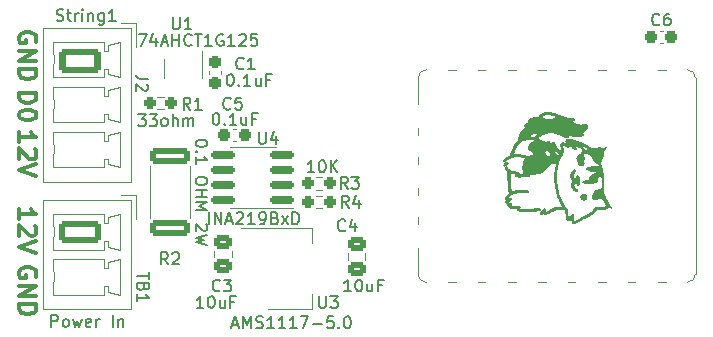
<source format=gbr>
%TF.GenerationSoftware,KiCad,Pcbnew,7.0.10*%
%TF.CreationDate,2024-02-11T13:06:30-05:00*%
%TF.ProjectId,RP2040_Count,52503230-3430-45f4-936f-756e742e6b69,v2*%
%TF.SameCoordinates,Original*%
%TF.FileFunction,Legend,Top*%
%TF.FilePolarity,Positive*%
%FSLAX46Y46*%
G04 Gerber Fmt 4.6, Leading zero omitted, Abs format (unit mm)*
G04 Created by KiCad (PCBNEW 7.0.10) date 2024-02-11 13:06:30*
%MOMM*%
%LPD*%
G01*
G04 APERTURE LIST*
G04 Aperture macros list*
%AMRoundRect*
0 Rectangle with rounded corners*
0 $1 Rounding radius*
0 $2 $3 $4 $5 $6 $7 $8 $9 X,Y pos of 4 corners*
0 Add a 4 corners polygon primitive as box body*
4,1,4,$2,$3,$4,$5,$6,$7,$8,$9,$2,$3,0*
0 Add four circle primitives for the rounded corners*
1,1,$1+$1,$2,$3*
1,1,$1+$1,$4,$5*
1,1,$1+$1,$6,$7*
1,1,$1+$1,$8,$9*
0 Add four rect primitives between the rounded corners*
20,1,$1+$1,$2,$3,$4,$5,0*
20,1,$1+$1,$4,$5,$6,$7,0*
20,1,$1+$1,$6,$7,$8,$9,0*
20,1,$1+$1,$8,$9,$2,$3,0*%
G04 Aperture macros list end*
%ADD10C,0.300000*%
%ADD11C,0.150000*%
%ADD12C,0.120000*%
%ADD13C,1.524000*%
%ADD14R,1.700000X3.500000*%
%ADD15R,3.500000X1.700000*%
%ADD16RoundRect,0.249999X1.425001X-0.450001X1.425001X0.450001X-1.425001X0.450001X-1.425001X-0.450001X0*%
%ADD17RoundRect,0.250000X-1.550000X0.650000X-1.550000X-0.650000X1.550000X-0.650000X1.550000X0.650000X0*%
%ADD18O,3.600000X1.800000*%
%ADD19RoundRect,0.237500X-0.250000X-0.237500X0.250000X-0.237500X0.250000X0.237500X-0.250000X0.237500X0*%
%ADD20RoundRect,0.237500X-0.300000X-0.237500X0.300000X-0.237500X0.300000X0.237500X-0.300000X0.237500X0*%
%ADD21RoundRect,0.237500X0.237500X-0.300000X0.237500X0.300000X-0.237500X0.300000X-0.237500X-0.300000X0*%
%ADD22R,0.510000X0.700000*%
%ADD23RoundRect,0.150000X0.825000X0.150000X-0.825000X0.150000X-0.825000X-0.150000X0.825000X-0.150000X0*%
%ADD24RoundRect,0.250000X0.475000X-0.337500X0.475000X0.337500X-0.475000X0.337500X-0.475000X-0.337500X0*%
%ADD25R,2.000000X1.500000*%
%ADD26R,2.000000X3.800000*%
%ADD27RoundRect,0.291667X-1.508333X0.758333X-1.508333X-0.758333X1.508333X-0.758333X1.508333X0.758333X0*%
%ADD28O,3.600000X2.100000*%
%ADD29C,2.200000*%
%ADD30C,1.700000*%
G04 APERTURE END LIST*
D10*
X100199171Y-84540225D02*
X100199171Y-83683082D01*
X100199171Y-84111653D02*
X101699171Y-84111653D01*
X101699171Y-84111653D02*
X101484885Y-83968796D01*
X101484885Y-83968796D02*
X101342028Y-83825939D01*
X101342028Y-83825939D02*
X101270600Y-83683082D01*
X101556314Y-85111653D02*
X101627742Y-85183081D01*
X101627742Y-85183081D02*
X101699171Y-85325939D01*
X101699171Y-85325939D02*
X101699171Y-85683081D01*
X101699171Y-85683081D02*
X101627742Y-85825939D01*
X101627742Y-85825939D02*
X101556314Y-85897367D01*
X101556314Y-85897367D02*
X101413457Y-85968796D01*
X101413457Y-85968796D02*
X101270600Y-85968796D01*
X101270600Y-85968796D02*
X101056314Y-85897367D01*
X101056314Y-85897367D02*
X100199171Y-85040224D01*
X100199171Y-85040224D02*
X100199171Y-85968796D01*
X101699171Y-86397367D02*
X100199171Y-86897367D01*
X100199171Y-86897367D02*
X101699171Y-87397367D01*
X101627742Y-76040225D02*
X101699171Y-75897368D01*
X101699171Y-75897368D02*
X101699171Y-75683082D01*
X101699171Y-75683082D02*
X101627742Y-75468796D01*
X101627742Y-75468796D02*
X101484885Y-75325939D01*
X101484885Y-75325939D02*
X101342028Y-75254510D01*
X101342028Y-75254510D02*
X101056314Y-75183082D01*
X101056314Y-75183082D02*
X100842028Y-75183082D01*
X100842028Y-75183082D02*
X100556314Y-75254510D01*
X100556314Y-75254510D02*
X100413457Y-75325939D01*
X100413457Y-75325939D02*
X100270600Y-75468796D01*
X100270600Y-75468796D02*
X100199171Y-75683082D01*
X100199171Y-75683082D02*
X100199171Y-75825939D01*
X100199171Y-75825939D02*
X100270600Y-76040225D01*
X100270600Y-76040225D02*
X100342028Y-76111653D01*
X100342028Y-76111653D02*
X100842028Y-76111653D01*
X100842028Y-76111653D02*
X100842028Y-75825939D01*
X100199171Y-76754510D02*
X101699171Y-76754510D01*
X101699171Y-76754510D02*
X100199171Y-77611653D01*
X100199171Y-77611653D02*
X101699171Y-77611653D01*
X100199171Y-78325939D02*
X101699171Y-78325939D01*
X101699171Y-78325939D02*
X101699171Y-78683082D01*
X101699171Y-78683082D02*
X101627742Y-78897368D01*
X101627742Y-78897368D02*
X101484885Y-79040225D01*
X101484885Y-79040225D02*
X101342028Y-79111654D01*
X101342028Y-79111654D02*
X101056314Y-79183082D01*
X101056314Y-79183082D02*
X100842028Y-79183082D01*
X100842028Y-79183082D02*
X100556314Y-79111654D01*
X100556314Y-79111654D02*
X100413457Y-79040225D01*
X100413457Y-79040225D02*
X100270600Y-78897368D01*
X100270600Y-78897368D02*
X100199171Y-78683082D01*
X100199171Y-78683082D02*
X100199171Y-78325939D01*
X101627742Y-95940225D02*
X101699171Y-95797368D01*
X101699171Y-95797368D02*
X101699171Y-95583082D01*
X101699171Y-95583082D02*
X101627742Y-95368796D01*
X101627742Y-95368796D02*
X101484885Y-95225939D01*
X101484885Y-95225939D02*
X101342028Y-95154510D01*
X101342028Y-95154510D02*
X101056314Y-95083082D01*
X101056314Y-95083082D02*
X100842028Y-95083082D01*
X100842028Y-95083082D02*
X100556314Y-95154510D01*
X100556314Y-95154510D02*
X100413457Y-95225939D01*
X100413457Y-95225939D02*
X100270600Y-95368796D01*
X100270600Y-95368796D02*
X100199171Y-95583082D01*
X100199171Y-95583082D02*
X100199171Y-95725939D01*
X100199171Y-95725939D02*
X100270600Y-95940225D01*
X100270600Y-95940225D02*
X100342028Y-96011653D01*
X100342028Y-96011653D02*
X100842028Y-96011653D01*
X100842028Y-96011653D02*
X100842028Y-95725939D01*
X100199171Y-96654510D02*
X101699171Y-96654510D01*
X101699171Y-96654510D02*
X100199171Y-97511653D01*
X100199171Y-97511653D02*
X101699171Y-97511653D01*
X100199171Y-98225939D02*
X101699171Y-98225939D01*
X101699171Y-98225939D02*
X101699171Y-98583082D01*
X101699171Y-98583082D02*
X101627742Y-98797368D01*
X101627742Y-98797368D02*
X101484885Y-98940225D01*
X101484885Y-98940225D02*
X101342028Y-99011654D01*
X101342028Y-99011654D02*
X101056314Y-99083082D01*
X101056314Y-99083082D02*
X100842028Y-99083082D01*
X100842028Y-99083082D02*
X100556314Y-99011654D01*
X100556314Y-99011654D02*
X100413457Y-98940225D01*
X100413457Y-98940225D02*
X100270600Y-98797368D01*
X100270600Y-98797368D02*
X100199171Y-98583082D01*
X100199171Y-98583082D02*
X100199171Y-98225939D01*
X100199171Y-91040225D02*
X100199171Y-90183082D01*
X100199171Y-90611653D02*
X101699171Y-90611653D01*
X101699171Y-90611653D02*
X101484885Y-90468796D01*
X101484885Y-90468796D02*
X101342028Y-90325939D01*
X101342028Y-90325939D02*
X101270600Y-90183082D01*
X101556314Y-91611653D02*
X101627742Y-91683081D01*
X101627742Y-91683081D02*
X101699171Y-91825939D01*
X101699171Y-91825939D02*
X101699171Y-92183081D01*
X101699171Y-92183081D02*
X101627742Y-92325939D01*
X101627742Y-92325939D02*
X101556314Y-92397367D01*
X101556314Y-92397367D02*
X101413457Y-92468796D01*
X101413457Y-92468796D02*
X101270600Y-92468796D01*
X101270600Y-92468796D02*
X101056314Y-92397367D01*
X101056314Y-92397367D02*
X100199171Y-91540224D01*
X100199171Y-91540224D02*
X100199171Y-92468796D01*
X101699171Y-92897367D02*
X100199171Y-93397367D01*
X100199171Y-93397367D02*
X101699171Y-93897367D01*
X100199171Y-80354510D02*
X101699171Y-80354510D01*
X101699171Y-80354510D02*
X101699171Y-80711653D01*
X101699171Y-80711653D02*
X101627742Y-80925939D01*
X101627742Y-80925939D02*
X101484885Y-81068796D01*
X101484885Y-81068796D02*
X101342028Y-81140225D01*
X101342028Y-81140225D02*
X101056314Y-81211653D01*
X101056314Y-81211653D02*
X100842028Y-81211653D01*
X100842028Y-81211653D02*
X100556314Y-81140225D01*
X100556314Y-81140225D02*
X100413457Y-81068796D01*
X100413457Y-81068796D02*
X100270600Y-80925939D01*
X100270600Y-80925939D02*
X100199171Y-80711653D01*
X100199171Y-80711653D02*
X100199171Y-80354510D01*
X101699171Y-82140225D02*
X101699171Y-82283082D01*
X101699171Y-82283082D02*
X101627742Y-82425939D01*
X101627742Y-82425939D02*
X101556314Y-82497368D01*
X101556314Y-82497368D02*
X101413457Y-82568796D01*
X101413457Y-82568796D02*
X101127742Y-82640225D01*
X101127742Y-82640225D02*
X100770600Y-82640225D01*
X100770600Y-82640225D02*
X100484885Y-82568796D01*
X100484885Y-82568796D02*
X100342028Y-82497368D01*
X100342028Y-82497368D02*
X100270600Y-82425939D01*
X100270600Y-82425939D02*
X100199171Y-82283082D01*
X100199171Y-82283082D02*
X100199171Y-82140225D01*
X100199171Y-82140225D02*
X100270600Y-81997368D01*
X100270600Y-81997368D02*
X100342028Y-81925939D01*
X100342028Y-81925939D02*
X100484885Y-81854510D01*
X100484885Y-81854510D02*
X100770600Y-81783082D01*
X100770600Y-81783082D02*
X101127742Y-81783082D01*
X101127742Y-81783082D02*
X101413457Y-81854510D01*
X101413457Y-81854510D02*
X101556314Y-81925939D01*
X101556314Y-81925939D02*
X101627742Y-81997368D01*
X101627742Y-81997368D02*
X101699171Y-82140225D01*
D11*
X112833333Y-94854819D02*
X112500000Y-94378628D01*
X112261905Y-94854819D02*
X112261905Y-93854819D01*
X112261905Y-93854819D02*
X112642857Y-93854819D01*
X112642857Y-93854819D02*
X112738095Y-93902438D01*
X112738095Y-93902438D02*
X112785714Y-93950057D01*
X112785714Y-93950057D02*
X112833333Y-94045295D01*
X112833333Y-94045295D02*
X112833333Y-94188152D01*
X112833333Y-94188152D02*
X112785714Y-94283390D01*
X112785714Y-94283390D02*
X112738095Y-94331009D01*
X112738095Y-94331009D02*
X112642857Y-94378628D01*
X112642857Y-94378628D02*
X112261905Y-94378628D01*
X113214286Y-93950057D02*
X113261905Y-93902438D01*
X113261905Y-93902438D02*
X113357143Y-93854819D01*
X113357143Y-93854819D02*
X113595238Y-93854819D01*
X113595238Y-93854819D02*
X113690476Y-93902438D01*
X113690476Y-93902438D02*
X113738095Y-93950057D01*
X113738095Y-93950057D02*
X113785714Y-94045295D01*
X113785714Y-94045295D02*
X113785714Y-94140533D01*
X113785714Y-94140533D02*
X113738095Y-94283390D01*
X113738095Y-94283390D02*
X113166667Y-94854819D01*
X113166667Y-94854819D02*
X113785714Y-94854819D01*
X116165180Y-84559524D02*
X116165180Y-84654762D01*
X116165180Y-84654762D02*
X116117561Y-84750000D01*
X116117561Y-84750000D02*
X116069942Y-84797619D01*
X116069942Y-84797619D02*
X115974704Y-84845238D01*
X115974704Y-84845238D02*
X115784228Y-84892857D01*
X115784228Y-84892857D02*
X115546133Y-84892857D01*
X115546133Y-84892857D02*
X115355657Y-84845238D01*
X115355657Y-84845238D02*
X115260419Y-84797619D01*
X115260419Y-84797619D02*
X115212800Y-84750000D01*
X115212800Y-84750000D02*
X115165180Y-84654762D01*
X115165180Y-84654762D02*
X115165180Y-84559524D01*
X115165180Y-84559524D02*
X115212800Y-84464286D01*
X115212800Y-84464286D02*
X115260419Y-84416667D01*
X115260419Y-84416667D02*
X115355657Y-84369048D01*
X115355657Y-84369048D02*
X115546133Y-84321429D01*
X115546133Y-84321429D02*
X115784228Y-84321429D01*
X115784228Y-84321429D02*
X115974704Y-84369048D01*
X115974704Y-84369048D02*
X116069942Y-84416667D01*
X116069942Y-84416667D02*
X116117561Y-84464286D01*
X116117561Y-84464286D02*
X116165180Y-84559524D01*
X115260419Y-85321429D02*
X115212800Y-85369048D01*
X115212800Y-85369048D02*
X115165180Y-85321429D01*
X115165180Y-85321429D02*
X115212800Y-85273810D01*
X115212800Y-85273810D02*
X115260419Y-85321429D01*
X115260419Y-85321429D02*
X115165180Y-85321429D01*
X115165180Y-86321428D02*
X115165180Y-85750000D01*
X115165180Y-86035714D02*
X116165180Y-86035714D01*
X116165180Y-86035714D02*
X116022323Y-85940476D01*
X116022323Y-85940476D02*
X115927085Y-85845238D01*
X115927085Y-85845238D02*
X115879466Y-85750000D01*
X116165180Y-87702381D02*
X116165180Y-87892857D01*
X116165180Y-87892857D02*
X116117561Y-87988095D01*
X116117561Y-87988095D02*
X116022323Y-88083333D01*
X116022323Y-88083333D02*
X115831847Y-88130952D01*
X115831847Y-88130952D02*
X115498514Y-88130952D01*
X115498514Y-88130952D02*
X115308038Y-88083333D01*
X115308038Y-88083333D02*
X115212800Y-87988095D01*
X115212800Y-87988095D02*
X115165180Y-87892857D01*
X115165180Y-87892857D02*
X115165180Y-87702381D01*
X115165180Y-87702381D02*
X115212800Y-87607143D01*
X115212800Y-87607143D02*
X115308038Y-87511905D01*
X115308038Y-87511905D02*
X115498514Y-87464286D01*
X115498514Y-87464286D02*
X115831847Y-87464286D01*
X115831847Y-87464286D02*
X116022323Y-87511905D01*
X116022323Y-87511905D02*
X116117561Y-87607143D01*
X116117561Y-87607143D02*
X116165180Y-87702381D01*
X115165180Y-88559524D02*
X116165180Y-88559524D01*
X115688990Y-88559524D02*
X115688990Y-89130952D01*
X115165180Y-89130952D02*
X116165180Y-89130952D01*
X115165180Y-89607143D02*
X116165180Y-89607143D01*
X116165180Y-89607143D02*
X115450895Y-89940476D01*
X115450895Y-89940476D02*
X116165180Y-90273809D01*
X116165180Y-90273809D02*
X115165180Y-90273809D01*
X116069942Y-91464286D02*
X116117561Y-91511905D01*
X116117561Y-91511905D02*
X116165180Y-91607143D01*
X116165180Y-91607143D02*
X116165180Y-91845238D01*
X116165180Y-91845238D02*
X116117561Y-91940476D01*
X116117561Y-91940476D02*
X116069942Y-91988095D01*
X116069942Y-91988095D02*
X115974704Y-92035714D01*
X115974704Y-92035714D02*
X115879466Y-92035714D01*
X115879466Y-92035714D02*
X115736609Y-91988095D01*
X115736609Y-91988095D02*
X115165180Y-91416667D01*
X115165180Y-91416667D02*
X115165180Y-92035714D01*
X116165180Y-92369048D02*
X115165180Y-92607143D01*
X115165180Y-92607143D02*
X115879466Y-92797619D01*
X115879466Y-92797619D02*
X115165180Y-92988095D01*
X115165180Y-92988095D02*
X116165180Y-93226191D01*
X111245180Y-95538095D02*
X111245180Y-96109523D01*
X110245180Y-95823809D02*
X111245180Y-95823809D01*
X110768990Y-96776190D02*
X110721371Y-96919047D01*
X110721371Y-96919047D02*
X110673752Y-96966666D01*
X110673752Y-96966666D02*
X110578514Y-97014285D01*
X110578514Y-97014285D02*
X110435657Y-97014285D01*
X110435657Y-97014285D02*
X110340419Y-96966666D01*
X110340419Y-96966666D02*
X110292800Y-96919047D01*
X110292800Y-96919047D02*
X110245180Y-96823809D01*
X110245180Y-96823809D02*
X110245180Y-96442857D01*
X110245180Y-96442857D02*
X111245180Y-96442857D01*
X111245180Y-96442857D02*
X111245180Y-96776190D01*
X111245180Y-96776190D02*
X111197561Y-96871428D01*
X111197561Y-96871428D02*
X111149942Y-96919047D01*
X111149942Y-96919047D02*
X111054704Y-96966666D01*
X111054704Y-96966666D02*
X110959466Y-96966666D01*
X110959466Y-96966666D02*
X110864228Y-96919047D01*
X110864228Y-96919047D02*
X110816609Y-96871428D01*
X110816609Y-96871428D02*
X110768990Y-96776190D01*
X110768990Y-96776190D02*
X110768990Y-96442857D01*
X110245180Y-97966666D02*
X110245180Y-97395238D01*
X110245180Y-97680952D02*
X111245180Y-97680952D01*
X111245180Y-97680952D02*
X111102323Y-97585714D01*
X111102323Y-97585714D02*
X111007085Y-97490476D01*
X111007085Y-97490476D02*
X110959466Y-97395238D01*
X102952381Y-100154819D02*
X102952381Y-99154819D01*
X102952381Y-99154819D02*
X103333333Y-99154819D01*
X103333333Y-99154819D02*
X103428571Y-99202438D01*
X103428571Y-99202438D02*
X103476190Y-99250057D01*
X103476190Y-99250057D02*
X103523809Y-99345295D01*
X103523809Y-99345295D02*
X103523809Y-99488152D01*
X103523809Y-99488152D02*
X103476190Y-99583390D01*
X103476190Y-99583390D02*
X103428571Y-99631009D01*
X103428571Y-99631009D02*
X103333333Y-99678628D01*
X103333333Y-99678628D02*
X102952381Y-99678628D01*
X104095238Y-100154819D02*
X104000000Y-100107200D01*
X104000000Y-100107200D02*
X103952381Y-100059580D01*
X103952381Y-100059580D02*
X103904762Y-99964342D01*
X103904762Y-99964342D02*
X103904762Y-99678628D01*
X103904762Y-99678628D02*
X103952381Y-99583390D01*
X103952381Y-99583390D02*
X104000000Y-99535771D01*
X104000000Y-99535771D02*
X104095238Y-99488152D01*
X104095238Y-99488152D02*
X104238095Y-99488152D01*
X104238095Y-99488152D02*
X104333333Y-99535771D01*
X104333333Y-99535771D02*
X104380952Y-99583390D01*
X104380952Y-99583390D02*
X104428571Y-99678628D01*
X104428571Y-99678628D02*
X104428571Y-99964342D01*
X104428571Y-99964342D02*
X104380952Y-100059580D01*
X104380952Y-100059580D02*
X104333333Y-100107200D01*
X104333333Y-100107200D02*
X104238095Y-100154819D01*
X104238095Y-100154819D02*
X104095238Y-100154819D01*
X104761905Y-99488152D02*
X104952381Y-100154819D01*
X104952381Y-100154819D02*
X105142857Y-99678628D01*
X105142857Y-99678628D02*
X105333333Y-100154819D01*
X105333333Y-100154819D02*
X105523809Y-99488152D01*
X106285714Y-100107200D02*
X106190476Y-100154819D01*
X106190476Y-100154819D02*
X106000000Y-100154819D01*
X106000000Y-100154819D02*
X105904762Y-100107200D01*
X105904762Y-100107200D02*
X105857143Y-100011961D01*
X105857143Y-100011961D02*
X105857143Y-99631009D01*
X105857143Y-99631009D02*
X105904762Y-99535771D01*
X105904762Y-99535771D02*
X106000000Y-99488152D01*
X106000000Y-99488152D02*
X106190476Y-99488152D01*
X106190476Y-99488152D02*
X106285714Y-99535771D01*
X106285714Y-99535771D02*
X106333333Y-99631009D01*
X106333333Y-99631009D02*
X106333333Y-99726247D01*
X106333333Y-99726247D02*
X105857143Y-99821485D01*
X106761905Y-100154819D02*
X106761905Y-99488152D01*
X106761905Y-99678628D02*
X106809524Y-99583390D01*
X106809524Y-99583390D02*
X106857143Y-99535771D01*
X106857143Y-99535771D02*
X106952381Y-99488152D01*
X106952381Y-99488152D02*
X107047619Y-99488152D01*
X108142858Y-100154819D02*
X108142858Y-99154819D01*
X108619048Y-99488152D02*
X108619048Y-100154819D01*
X108619048Y-99583390D02*
X108666667Y-99535771D01*
X108666667Y-99535771D02*
X108761905Y-99488152D01*
X108761905Y-99488152D02*
X108904762Y-99488152D01*
X108904762Y-99488152D02*
X109000000Y-99535771D01*
X109000000Y-99535771D02*
X109047619Y-99631009D01*
X109047619Y-99631009D02*
X109047619Y-100154819D01*
X128033333Y-88454819D02*
X127700000Y-87978628D01*
X127461905Y-88454819D02*
X127461905Y-87454819D01*
X127461905Y-87454819D02*
X127842857Y-87454819D01*
X127842857Y-87454819D02*
X127938095Y-87502438D01*
X127938095Y-87502438D02*
X127985714Y-87550057D01*
X127985714Y-87550057D02*
X128033333Y-87645295D01*
X128033333Y-87645295D02*
X128033333Y-87788152D01*
X128033333Y-87788152D02*
X127985714Y-87883390D01*
X127985714Y-87883390D02*
X127938095Y-87931009D01*
X127938095Y-87931009D02*
X127842857Y-87978628D01*
X127842857Y-87978628D02*
X127461905Y-87978628D01*
X128366667Y-87454819D02*
X128985714Y-87454819D01*
X128985714Y-87454819D02*
X128652381Y-87835771D01*
X128652381Y-87835771D02*
X128795238Y-87835771D01*
X128795238Y-87835771D02*
X128890476Y-87883390D01*
X128890476Y-87883390D02*
X128938095Y-87931009D01*
X128938095Y-87931009D02*
X128985714Y-88026247D01*
X128985714Y-88026247D02*
X128985714Y-88264342D01*
X128985714Y-88264342D02*
X128938095Y-88359580D01*
X128938095Y-88359580D02*
X128890476Y-88407200D01*
X128890476Y-88407200D02*
X128795238Y-88454819D01*
X128795238Y-88454819D02*
X128509524Y-88454819D01*
X128509524Y-88454819D02*
X128414286Y-88407200D01*
X128414286Y-88407200D02*
X128366667Y-88359580D01*
X125222023Y-87054819D02*
X124650595Y-87054819D01*
X124936309Y-87054819D02*
X124936309Y-86054819D01*
X124936309Y-86054819D02*
X124841071Y-86197676D01*
X124841071Y-86197676D02*
X124745833Y-86292914D01*
X124745833Y-86292914D02*
X124650595Y-86340533D01*
X125841071Y-86054819D02*
X125936309Y-86054819D01*
X125936309Y-86054819D02*
X126031547Y-86102438D01*
X126031547Y-86102438D02*
X126079166Y-86150057D01*
X126079166Y-86150057D02*
X126126785Y-86245295D01*
X126126785Y-86245295D02*
X126174404Y-86435771D01*
X126174404Y-86435771D02*
X126174404Y-86673866D01*
X126174404Y-86673866D02*
X126126785Y-86864342D01*
X126126785Y-86864342D02*
X126079166Y-86959580D01*
X126079166Y-86959580D02*
X126031547Y-87007200D01*
X126031547Y-87007200D02*
X125936309Y-87054819D01*
X125936309Y-87054819D02*
X125841071Y-87054819D01*
X125841071Y-87054819D02*
X125745833Y-87007200D01*
X125745833Y-87007200D02*
X125698214Y-86959580D01*
X125698214Y-86959580D02*
X125650595Y-86864342D01*
X125650595Y-86864342D02*
X125602976Y-86673866D01*
X125602976Y-86673866D02*
X125602976Y-86435771D01*
X125602976Y-86435771D02*
X125650595Y-86245295D01*
X125650595Y-86245295D02*
X125698214Y-86150057D01*
X125698214Y-86150057D02*
X125745833Y-86102438D01*
X125745833Y-86102438D02*
X125841071Y-86054819D01*
X126602976Y-87054819D02*
X126602976Y-86054819D01*
X127174404Y-87054819D02*
X126745833Y-86483390D01*
X127174404Y-86054819D02*
X126602976Y-86626247D01*
X154433333Y-74529580D02*
X154385714Y-74577200D01*
X154385714Y-74577200D02*
X154242857Y-74624819D01*
X154242857Y-74624819D02*
X154147619Y-74624819D01*
X154147619Y-74624819D02*
X154004762Y-74577200D01*
X154004762Y-74577200D02*
X153909524Y-74481961D01*
X153909524Y-74481961D02*
X153861905Y-74386723D01*
X153861905Y-74386723D02*
X153814286Y-74196247D01*
X153814286Y-74196247D02*
X153814286Y-74053390D01*
X153814286Y-74053390D02*
X153861905Y-73862914D01*
X153861905Y-73862914D02*
X153909524Y-73767676D01*
X153909524Y-73767676D02*
X154004762Y-73672438D01*
X154004762Y-73672438D02*
X154147619Y-73624819D01*
X154147619Y-73624819D02*
X154242857Y-73624819D01*
X154242857Y-73624819D02*
X154385714Y-73672438D01*
X154385714Y-73672438D02*
X154433333Y-73720057D01*
X155290476Y-73624819D02*
X155100000Y-73624819D01*
X155100000Y-73624819D02*
X155004762Y-73672438D01*
X155004762Y-73672438D02*
X154957143Y-73720057D01*
X154957143Y-73720057D02*
X154861905Y-73862914D01*
X154861905Y-73862914D02*
X154814286Y-74053390D01*
X154814286Y-74053390D02*
X154814286Y-74434342D01*
X154814286Y-74434342D02*
X154861905Y-74529580D01*
X154861905Y-74529580D02*
X154909524Y-74577200D01*
X154909524Y-74577200D02*
X155004762Y-74624819D01*
X155004762Y-74624819D02*
X155195238Y-74624819D01*
X155195238Y-74624819D02*
X155290476Y-74577200D01*
X155290476Y-74577200D02*
X155338095Y-74529580D01*
X155338095Y-74529580D02*
X155385714Y-74434342D01*
X155385714Y-74434342D02*
X155385714Y-74196247D01*
X155385714Y-74196247D02*
X155338095Y-74101009D01*
X155338095Y-74101009D02*
X155290476Y-74053390D01*
X155290476Y-74053390D02*
X155195238Y-74005771D01*
X155195238Y-74005771D02*
X155004762Y-74005771D01*
X155004762Y-74005771D02*
X154909524Y-74053390D01*
X154909524Y-74053390D02*
X154861905Y-74101009D01*
X154861905Y-74101009D02*
X154814286Y-74196247D01*
X119233333Y-78259580D02*
X119185714Y-78307200D01*
X119185714Y-78307200D02*
X119042857Y-78354819D01*
X119042857Y-78354819D02*
X118947619Y-78354819D01*
X118947619Y-78354819D02*
X118804762Y-78307200D01*
X118804762Y-78307200D02*
X118709524Y-78211961D01*
X118709524Y-78211961D02*
X118661905Y-78116723D01*
X118661905Y-78116723D02*
X118614286Y-77926247D01*
X118614286Y-77926247D02*
X118614286Y-77783390D01*
X118614286Y-77783390D02*
X118661905Y-77592914D01*
X118661905Y-77592914D02*
X118709524Y-77497676D01*
X118709524Y-77497676D02*
X118804762Y-77402438D01*
X118804762Y-77402438D02*
X118947619Y-77354819D01*
X118947619Y-77354819D02*
X119042857Y-77354819D01*
X119042857Y-77354819D02*
X119185714Y-77402438D01*
X119185714Y-77402438D02*
X119233333Y-77450057D01*
X120185714Y-78354819D02*
X119614286Y-78354819D01*
X119900000Y-78354819D02*
X119900000Y-77354819D01*
X119900000Y-77354819D02*
X119804762Y-77497676D01*
X119804762Y-77497676D02*
X119709524Y-77592914D01*
X119709524Y-77592914D02*
X119614286Y-77640533D01*
X118057143Y-78754819D02*
X118152381Y-78754819D01*
X118152381Y-78754819D02*
X118247619Y-78802438D01*
X118247619Y-78802438D02*
X118295238Y-78850057D01*
X118295238Y-78850057D02*
X118342857Y-78945295D01*
X118342857Y-78945295D02*
X118390476Y-79135771D01*
X118390476Y-79135771D02*
X118390476Y-79373866D01*
X118390476Y-79373866D02*
X118342857Y-79564342D01*
X118342857Y-79564342D02*
X118295238Y-79659580D01*
X118295238Y-79659580D02*
X118247619Y-79707200D01*
X118247619Y-79707200D02*
X118152381Y-79754819D01*
X118152381Y-79754819D02*
X118057143Y-79754819D01*
X118057143Y-79754819D02*
X117961905Y-79707200D01*
X117961905Y-79707200D02*
X117914286Y-79659580D01*
X117914286Y-79659580D02*
X117866667Y-79564342D01*
X117866667Y-79564342D02*
X117819048Y-79373866D01*
X117819048Y-79373866D02*
X117819048Y-79135771D01*
X117819048Y-79135771D02*
X117866667Y-78945295D01*
X117866667Y-78945295D02*
X117914286Y-78850057D01*
X117914286Y-78850057D02*
X117961905Y-78802438D01*
X117961905Y-78802438D02*
X118057143Y-78754819D01*
X118819048Y-79659580D02*
X118866667Y-79707200D01*
X118866667Y-79707200D02*
X118819048Y-79754819D01*
X118819048Y-79754819D02*
X118771429Y-79707200D01*
X118771429Y-79707200D02*
X118819048Y-79659580D01*
X118819048Y-79659580D02*
X118819048Y-79754819D01*
X119819047Y-79754819D02*
X119247619Y-79754819D01*
X119533333Y-79754819D02*
X119533333Y-78754819D01*
X119533333Y-78754819D02*
X119438095Y-78897676D01*
X119438095Y-78897676D02*
X119342857Y-78992914D01*
X119342857Y-78992914D02*
X119247619Y-79040533D01*
X120676190Y-79088152D02*
X120676190Y-79754819D01*
X120247619Y-79088152D02*
X120247619Y-79611961D01*
X120247619Y-79611961D02*
X120295238Y-79707200D01*
X120295238Y-79707200D02*
X120390476Y-79754819D01*
X120390476Y-79754819D02*
X120533333Y-79754819D01*
X120533333Y-79754819D02*
X120628571Y-79707200D01*
X120628571Y-79707200D02*
X120676190Y-79659580D01*
X121485714Y-79231009D02*
X121152381Y-79231009D01*
X121152381Y-79754819D02*
X121152381Y-78754819D01*
X121152381Y-78754819D02*
X121628571Y-78754819D01*
X113238095Y-73954819D02*
X113238095Y-74764342D01*
X113238095Y-74764342D02*
X113285714Y-74859580D01*
X113285714Y-74859580D02*
X113333333Y-74907200D01*
X113333333Y-74907200D02*
X113428571Y-74954819D01*
X113428571Y-74954819D02*
X113619047Y-74954819D01*
X113619047Y-74954819D02*
X113714285Y-74907200D01*
X113714285Y-74907200D02*
X113761904Y-74859580D01*
X113761904Y-74859580D02*
X113809523Y-74764342D01*
X113809523Y-74764342D02*
X113809523Y-73954819D01*
X114809523Y-74954819D02*
X114238095Y-74954819D01*
X114523809Y-74954819D02*
X114523809Y-73954819D01*
X114523809Y-73954819D02*
X114428571Y-74097676D01*
X114428571Y-74097676D02*
X114333333Y-74192914D01*
X114333333Y-74192914D02*
X114238095Y-74240533D01*
X110352381Y-75354819D02*
X111019047Y-75354819D01*
X111019047Y-75354819D02*
X110590476Y-76354819D01*
X111828571Y-75688152D02*
X111828571Y-76354819D01*
X111590476Y-75307200D02*
X111352381Y-76021485D01*
X111352381Y-76021485D02*
X111971428Y-76021485D01*
X112304762Y-76069104D02*
X112780952Y-76069104D01*
X112209524Y-76354819D02*
X112542857Y-75354819D01*
X112542857Y-75354819D02*
X112876190Y-76354819D01*
X113209524Y-76354819D02*
X113209524Y-75354819D01*
X113209524Y-75831009D02*
X113780952Y-75831009D01*
X113780952Y-76354819D02*
X113780952Y-75354819D01*
X114828571Y-76259580D02*
X114780952Y-76307200D01*
X114780952Y-76307200D02*
X114638095Y-76354819D01*
X114638095Y-76354819D02*
X114542857Y-76354819D01*
X114542857Y-76354819D02*
X114400000Y-76307200D01*
X114400000Y-76307200D02*
X114304762Y-76211961D01*
X114304762Y-76211961D02*
X114257143Y-76116723D01*
X114257143Y-76116723D02*
X114209524Y-75926247D01*
X114209524Y-75926247D02*
X114209524Y-75783390D01*
X114209524Y-75783390D02*
X114257143Y-75592914D01*
X114257143Y-75592914D02*
X114304762Y-75497676D01*
X114304762Y-75497676D02*
X114400000Y-75402438D01*
X114400000Y-75402438D02*
X114542857Y-75354819D01*
X114542857Y-75354819D02*
X114638095Y-75354819D01*
X114638095Y-75354819D02*
X114780952Y-75402438D01*
X114780952Y-75402438D02*
X114828571Y-75450057D01*
X115114286Y-75354819D02*
X115685714Y-75354819D01*
X115400000Y-76354819D02*
X115400000Y-75354819D01*
X116542857Y-76354819D02*
X115971429Y-76354819D01*
X116257143Y-76354819D02*
X116257143Y-75354819D01*
X116257143Y-75354819D02*
X116161905Y-75497676D01*
X116161905Y-75497676D02*
X116066667Y-75592914D01*
X116066667Y-75592914D02*
X115971429Y-75640533D01*
X117495238Y-75402438D02*
X117400000Y-75354819D01*
X117400000Y-75354819D02*
X117257143Y-75354819D01*
X117257143Y-75354819D02*
X117114286Y-75402438D01*
X117114286Y-75402438D02*
X117019048Y-75497676D01*
X117019048Y-75497676D02*
X116971429Y-75592914D01*
X116971429Y-75592914D02*
X116923810Y-75783390D01*
X116923810Y-75783390D02*
X116923810Y-75926247D01*
X116923810Y-75926247D02*
X116971429Y-76116723D01*
X116971429Y-76116723D02*
X117019048Y-76211961D01*
X117019048Y-76211961D02*
X117114286Y-76307200D01*
X117114286Y-76307200D02*
X117257143Y-76354819D01*
X117257143Y-76354819D02*
X117352381Y-76354819D01*
X117352381Y-76354819D02*
X117495238Y-76307200D01*
X117495238Y-76307200D02*
X117542857Y-76259580D01*
X117542857Y-76259580D02*
X117542857Y-75926247D01*
X117542857Y-75926247D02*
X117352381Y-75926247D01*
X118495238Y-76354819D02*
X117923810Y-76354819D01*
X118209524Y-76354819D02*
X118209524Y-75354819D01*
X118209524Y-75354819D02*
X118114286Y-75497676D01*
X118114286Y-75497676D02*
X118019048Y-75592914D01*
X118019048Y-75592914D02*
X117923810Y-75640533D01*
X118876191Y-75450057D02*
X118923810Y-75402438D01*
X118923810Y-75402438D02*
X119019048Y-75354819D01*
X119019048Y-75354819D02*
X119257143Y-75354819D01*
X119257143Y-75354819D02*
X119352381Y-75402438D01*
X119352381Y-75402438D02*
X119400000Y-75450057D01*
X119400000Y-75450057D02*
X119447619Y-75545295D01*
X119447619Y-75545295D02*
X119447619Y-75640533D01*
X119447619Y-75640533D02*
X119400000Y-75783390D01*
X119400000Y-75783390D02*
X118828572Y-76354819D01*
X118828572Y-76354819D02*
X119447619Y-76354819D01*
X120352381Y-75354819D02*
X119876191Y-75354819D01*
X119876191Y-75354819D02*
X119828572Y-75831009D01*
X119828572Y-75831009D02*
X119876191Y-75783390D01*
X119876191Y-75783390D02*
X119971429Y-75735771D01*
X119971429Y-75735771D02*
X120209524Y-75735771D01*
X120209524Y-75735771D02*
X120304762Y-75783390D01*
X120304762Y-75783390D02*
X120352381Y-75831009D01*
X120352381Y-75831009D02*
X120400000Y-75926247D01*
X120400000Y-75926247D02*
X120400000Y-76164342D01*
X120400000Y-76164342D02*
X120352381Y-76259580D01*
X120352381Y-76259580D02*
X120304762Y-76307200D01*
X120304762Y-76307200D02*
X120209524Y-76354819D01*
X120209524Y-76354819D02*
X119971429Y-76354819D01*
X119971429Y-76354819D02*
X119876191Y-76307200D01*
X119876191Y-76307200D02*
X119828572Y-76259580D01*
X120538095Y-83654819D02*
X120538095Y-84464342D01*
X120538095Y-84464342D02*
X120585714Y-84559580D01*
X120585714Y-84559580D02*
X120633333Y-84607200D01*
X120633333Y-84607200D02*
X120728571Y-84654819D01*
X120728571Y-84654819D02*
X120919047Y-84654819D01*
X120919047Y-84654819D02*
X121014285Y-84607200D01*
X121014285Y-84607200D02*
X121061904Y-84559580D01*
X121061904Y-84559580D02*
X121109523Y-84464342D01*
X121109523Y-84464342D02*
X121109523Y-83654819D01*
X122014285Y-83988152D02*
X122014285Y-84654819D01*
X121776190Y-83607200D02*
X121538095Y-84321485D01*
X121538095Y-84321485D02*
X122157142Y-84321485D01*
X116314286Y-91454819D02*
X116314286Y-90454819D01*
X116790476Y-91454819D02*
X116790476Y-90454819D01*
X116790476Y-90454819D02*
X117361904Y-91454819D01*
X117361904Y-91454819D02*
X117361904Y-90454819D01*
X117790476Y-91169104D02*
X118266666Y-91169104D01*
X117695238Y-91454819D02*
X118028571Y-90454819D01*
X118028571Y-90454819D02*
X118361904Y-91454819D01*
X118647619Y-90550057D02*
X118695238Y-90502438D01*
X118695238Y-90502438D02*
X118790476Y-90454819D01*
X118790476Y-90454819D02*
X119028571Y-90454819D01*
X119028571Y-90454819D02*
X119123809Y-90502438D01*
X119123809Y-90502438D02*
X119171428Y-90550057D01*
X119171428Y-90550057D02*
X119219047Y-90645295D01*
X119219047Y-90645295D02*
X119219047Y-90740533D01*
X119219047Y-90740533D02*
X119171428Y-90883390D01*
X119171428Y-90883390D02*
X118600000Y-91454819D01*
X118600000Y-91454819D02*
X119219047Y-91454819D01*
X120171428Y-91454819D02*
X119600000Y-91454819D01*
X119885714Y-91454819D02*
X119885714Y-90454819D01*
X119885714Y-90454819D02*
X119790476Y-90597676D01*
X119790476Y-90597676D02*
X119695238Y-90692914D01*
X119695238Y-90692914D02*
X119600000Y-90740533D01*
X120647619Y-91454819D02*
X120838095Y-91454819D01*
X120838095Y-91454819D02*
X120933333Y-91407200D01*
X120933333Y-91407200D02*
X120980952Y-91359580D01*
X120980952Y-91359580D02*
X121076190Y-91216723D01*
X121076190Y-91216723D02*
X121123809Y-91026247D01*
X121123809Y-91026247D02*
X121123809Y-90645295D01*
X121123809Y-90645295D02*
X121076190Y-90550057D01*
X121076190Y-90550057D02*
X121028571Y-90502438D01*
X121028571Y-90502438D02*
X120933333Y-90454819D01*
X120933333Y-90454819D02*
X120742857Y-90454819D01*
X120742857Y-90454819D02*
X120647619Y-90502438D01*
X120647619Y-90502438D02*
X120600000Y-90550057D01*
X120600000Y-90550057D02*
X120552381Y-90645295D01*
X120552381Y-90645295D02*
X120552381Y-90883390D01*
X120552381Y-90883390D02*
X120600000Y-90978628D01*
X120600000Y-90978628D02*
X120647619Y-91026247D01*
X120647619Y-91026247D02*
X120742857Y-91073866D01*
X120742857Y-91073866D02*
X120933333Y-91073866D01*
X120933333Y-91073866D02*
X121028571Y-91026247D01*
X121028571Y-91026247D02*
X121076190Y-90978628D01*
X121076190Y-90978628D02*
X121123809Y-90883390D01*
X121885714Y-90931009D02*
X122028571Y-90978628D01*
X122028571Y-90978628D02*
X122076190Y-91026247D01*
X122076190Y-91026247D02*
X122123809Y-91121485D01*
X122123809Y-91121485D02*
X122123809Y-91264342D01*
X122123809Y-91264342D02*
X122076190Y-91359580D01*
X122076190Y-91359580D02*
X122028571Y-91407200D01*
X122028571Y-91407200D02*
X121933333Y-91454819D01*
X121933333Y-91454819D02*
X121552381Y-91454819D01*
X121552381Y-91454819D02*
X121552381Y-90454819D01*
X121552381Y-90454819D02*
X121885714Y-90454819D01*
X121885714Y-90454819D02*
X121980952Y-90502438D01*
X121980952Y-90502438D02*
X122028571Y-90550057D01*
X122028571Y-90550057D02*
X122076190Y-90645295D01*
X122076190Y-90645295D02*
X122076190Y-90740533D01*
X122076190Y-90740533D02*
X122028571Y-90835771D01*
X122028571Y-90835771D02*
X121980952Y-90883390D01*
X121980952Y-90883390D02*
X121885714Y-90931009D01*
X121885714Y-90931009D02*
X121552381Y-90931009D01*
X122457143Y-91454819D02*
X122980952Y-90788152D01*
X122457143Y-90788152D02*
X122980952Y-91454819D01*
X123361905Y-91454819D02*
X123361905Y-90454819D01*
X123361905Y-90454819D02*
X123600000Y-90454819D01*
X123600000Y-90454819D02*
X123742857Y-90502438D01*
X123742857Y-90502438D02*
X123838095Y-90597676D01*
X123838095Y-90597676D02*
X123885714Y-90692914D01*
X123885714Y-90692914D02*
X123933333Y-90883390D01*
X123933333Y-90883390D02*
X123933333Y-91026247D01*
X123933333Y-91026247D02*
X123885714Y-91216723D01*
X123885714Y-91216723D02*
X123838095Y-91311961D01*
X123838095Y-91311961D02*
X123742857Y-91407200D01*
X123742857Y-91407200D02*
X123600000Y-91454819D01*
X123600000Y-91454819D02*
X123361905Y-91454819D01*
X127833333Y-91959580D02*
X127785714Y-92007200D01*
X127785714Y-92007200D02*
X127642857Y-92054819D01*
X127642857Y-92054819D02*
X127547619Y-92054819D01*
X127547619Y-92054819D02*
X127404762Y-92007200D01*
X127404762Y-92007200D02*
X127309524Y-91911961D01*
X127309524Y-91911961D02*
X127261905Y-91816723D01*
X127261905Y-91816723D02*
X127214286Y-91626247D01*
X127214286Y-91626247D02*
X127214286Y-91483390D01*
X127214286Y-91483390D02*
X127261905Y-91292914D01*
X127261905Y-91292914D02*
X127309524Y-91197676D01*
X127309524Y-91197676D02*
X127404762Y-91102438D01*
X127404762Y-91102438D02*
X127547619Y-91054819D01*
X127547619Y-91054819D02*
X127642857Y-91054819D01*
X127642857Y-91054819D02*
X127785714Y-91102438D01*
X127785714Y-91102438D02*
X127833333Y-91150057D01*
X128690476Y-91388152D02*
X128690476Y-92054819D01*
X128452381Y-91007200D02*
X128214286Y-91721485D01*
X128214286Y-91721485D02*
X128833333Y-91721485D01*
X128328571Y-97154819D02*
X127757143Y-97154819D01*
X128042857Y-97154819D02*
X128042857Y-96154819D01*
X128042857Y-96154819D02*
X127947619Y-96297676D01*
X127947619Y-96297676D02*
X127852381Y-96392914D01*
X127852381Y-96392914D02*
X127757143Y-96440533D01*
X128947619Y-96154819D02*
X129042857Y-96154819D01*
X129042857Y-96154819D02*
X129138095Y-96202438D01*
X129138095Y-96202438D02*
X129185714Y-96250057D01*
X129185714Y-96250057D02*
X129233333Y-96345295D01*
X129233333Y-96345295D02*
X129280952Y-96535771D01*
X129280952Y-96535771D02*
X129280952Y-96773866D01*
X129280952Y-96773866D02*
X129233333Y-96964342D01*
X129233333Y-96964342D02*
X129185714Y-97059580D01*
X129185714Y-97059580D02*
X129138095Y-97107200D01*
X129138095Y-97107200D02*
X129042857Y-97154819D01*
X129042857Y-97154819D02*
X128947619Y-97154819D01*
X128947619Y-97154819D02*
X128852381Y-97107200D01*
X128852381Y-97107200D02*
X128804762Y-97059580D01*
X128804762Y-97059580D02*
X128757143Y-96964342D01*
X128757143Y-96964342D02*
X128709524Y-96773866D01*
X128709524Y-96773866D02*
X128709524Y-96535771D01*
X128709524Y-96535771D02*
X128757143Y-96345295D01*
X128757143Y-96345295D02*
X128804762Y-96250057D01*
X128804762Y-96250057D02*
X128852381Y-96202438D01*
X128852381Y-96202438D02*
X128947619Y-96154819D01*
X130138095Y-96488152D02*
X130138095Y-97154819D01*
X129709524Y-96488152D02*
X129709524Y-97011961D01*
X129709524Y-97011961D02*
X129757143Y-97107200D01*
X129757143Y-97107200D02*
X129852381Y-97154819D01*
X129852381Y-97154819D02*
X129995238Y-97154819D01*
X129995238Y-97154819D02*
X130090476Y-97107200D01*
X130090476Y-97107200D02*
X130138095Y-97059580D01*
X130947619Y-96631009D02*
X130614286Y-96631009D01*
X130614286Y-97154819D02*
X130614286Y-96154819D01*
X130614286Y-96154819D02*
X131090476Y-96154819D01*
X114733333Y-81754819D02*
X114400000Y-81278628D01*
X114161905Y-81754819D02*
X114161905Y-80754819D01*
X114161905Y-80754819D02*
X114542857Y-80754819D01*
X114542857Y-80754819D02*
X114638095Y-80802438D01*
X114638095Y-80802438D02*
X114685714Y-80850057D01*
X114685714Y-80850057D02*
X114733333Y-80945295D01*
X114733333Y-80945295D02*
X114733333Y-81088152D01*
X114733333Y-81088152D02*
X114685714Y-81183390D01*
X114685714Y-81183390D02*
X114638095Y-81231009D01*
X114638095Y-81231009D02*
X114542857Y-81278628D01*
X114542857Y-81278628D02*
X114161905Y-81278628D01*
X115685714Y-81754819D02*
X115114286Y-81754819D01*
X115400000Y-81754819D02*
X115400000Y-80754819D01*
X115400000Y-80754819D02*
X115304762Y-80897676D01*
X115304762Y-80897676D02*
X115209524Y-80992914D01*
X115209524Y-80992914D02*
X115114286Y-81040533D01*
X110319048Y-82154819D02*
X110938095Y-82154819D01*
X110938095Y-82154819D02*
X110604762Y-82535771D01*
X110604762Y-82535771D02*
X110747619Y-82535771D01*
X110747619Y-82535771D02*
X110842857Y-82583390D01*
X110842857Y-82583390D02*
X110890476Y-82631009D01*
X110890476Y-82631009D02*
X110938095Y-82726247D01*
X110938095Y-82726247D02*
X110938095Y-82964342D01*
X110938095Y-82964342D02*
X110890476Y-83059580D01*
X110890476Y-83059580D02*
X110842857Y-83107200D01*
X110842857Y-83107200D02*
X110747619Y-83154819D01*
X110747619Y-83154819D02*
X110461905Y-83154819D01*
X110461905Y-83154819D02*
X110366667Y-83107200D01*
X110366667Y-83107200D02*
X110319048Y-83059580D01*
X111271429Y-82154819D02*
X111890476Y-82154819D01*
X111890476Y-82154819D02*
X111557143Y-82535771D01*
X111557143Y-82535771D02*
X111700000Y-82535771D01*
X111700000Y-82535771D02*
X111795238Y-82583390D01*
X111795238Y-82583390D02*
X111842857Y-82631009D01*
X111842857Y-82631009D02*
X111890476Y-82726247D01*
X111890476Y-82726247D02*
X111890476Y-82964342D01*
X111890476Y-82964342D02*
X111842857Y-83059580D01*
X111842857Y-83059580D02*
X111795238Y-83107200D01*
X111795238Y-83107200D02*
X111700000Y-83154819D01*
X111700000Y-83154819D02*
X111414286Y-83154819D01*
X111414286Y-83154819D02*
X111319048Y-83107200D01*
X111319048Y-83107200D02*
X111271429Y-83059580D01*
X112461905Y-83154819D02*
X112366667Y-83107200D01*
X112366667Y-83107200D02*
X112319048Y-83059580D01*
X112319048Y-83059580D02*
X112271429Y-82964342D01*
X112271429Y-82964342D02*
X112271429Y-82678628D01*
X112271429Y-82678628D02*
X112319048Y-82583390D01*
X112319048Y-82583390D02*
X112366667Y-82535771D01*
X112366667Y-82535771D02*
X112461905Y-82488152D01*
X112461905Y-82488152D02*
X112604762Y-82488152D01*
X112604762Y-82488152D02*
X112700000Y-82535771D01*
X112700000Y-82535771D02*
X112747619Y-82583390D01*
X112747619Y-82583390D02*
X112795238Y-82678628D01*
X112795238Y-82678628D02*
X112795238Y-82964342D01*
X112795238Y-82964342D02*
X112747619Y-83059580D01*
X112747619Y-83059580D02*
X112700000Y-83107200D01*
X112700000Y-83107200D02*
X112604762Y-83154819D01*
X112604762Y-83154819D02*
X112461905Y-83154819D01*
X113223810Y-83154819D02*
X113223810Y-82154819D01*
X113652381Y-83154819D02*
X113652381Y-82631009D01*
X113652381Y-82631009D02*
X113604762Y-82535771D01*
X113604762Y-82535771D02*
X113509524Y-82488152D01*
X113509524Y-82488152D02*
X113366667Y-82488152D01*
X113366667Y-82488152D02*
X113271429Y-82535771D01*
X113271429Y-82535771D02*
X113223810Y-82583390D01*
X114128572Y-83154819D02*
X114128572Y-82488152D01*
X114128572Y-82583390D02*
X114176191Y-82535771D01*
X114176191Y-82535771D02*
X114271429Y-82488152D01*
X114271429Y-82488152D02*
X114414286Y-82488152D01*
X114414286Y-82488152D02*
X114509524Y-82535771D01*
X114509524Y-82535771D02*
X114557143Y-82631009D01*
X114557143Y-82631009D02*
X114557143Y-83154819D01*
X114557143Y-82631009D02*
X114604762Y-82535771D01*
X114604762Y-82535771D02*
X114700000Y-82488152D01*
X114700000Y-82488152D02*
X114842857Y-82488152D01*
X114842857Y-82488152D02*
X114938096Y-82535771D01*
X114938096Y-82535771D02*
X114985715Y-82631009D01*
X114985715Y-82631009D02*
X114985715Y-83154819D01*
X125638095Y-97554819D02*
X125638095Y-98364342D01*
X125638095Y-98364342D02*
X125685714Y-98459580D01*
X125685714Y-98459580D02*
X125733333Y-98507200D01*
X125733333Y-98507200D02*
X125828571Y-98554819D01*
X125828571Y-98554819D02*
X126019047Y-98554819D01*
X126019047Y-98554819D02*
X126114285Y-98507200D01*
X126114285Y-98507200D02*
X126161904Y-98459580D01*
X126161904Y-98459580D02*
X126209523Y-98364342D01*
X126209523Y-98364342D02*
X126209523Y-97554819D01*
X126590476Y-97554819D02*
X127209523Y-97554819D01*
X127209523Y-97554819D02*
X126876190Y-97935771D01*
X126876190Y-97935771D02*
X127019047Y-97935771D01*
X127019047Y-97935771D02*
X127114285Y-97983390D01*
X127114285Y-97983390D02*
X127161904Y-98031009D01*
X127161904Y-98031009D02*
X127209523Y-98126247D01*
X127209523Y-98126247D02*
X127209523Y-98364342D01*
X127209523Y-98364342D02*
X127161904Y-98459580D01*
X127161904Y-98459580D02*
X127114285Y-98507200D01*
X127114285Y-98507200D02*
X127019047Y-98554819D01*
X127019047Y-98554819D02*
X126733333Y-98554819D01*
X126733333Y-98554819D02*
X126638095Y-98507200D01*
X126638095Y-98507200D02*
X126590476Y-98459580D01*
X118300000Y-99969104D02*
X118776190Y-99969104D01*
X118204762Y-100254819D02*
X118538095Y-99254819D01*
X118538095Y-99254819D02*
X118871428Y-100254819D01*
X119204762Y-100254819D02*
X119204762Y-99254819D01*
X119204762Y-99254819D02*
X119538095Y-99969104D01*
X119538095Y-99969104D02*
X119871428Y-99254819D01*
X119871428Y-99254819D02*
X119871428Y-100254819D01*
X120300000Y-100207200D02*
X120442857Y-100254819D01*
X120442857Y-100254819D02*
X120680952Y-100254819D01*
X120680952Y-100254819D02*
X120776190Y-100207200D01*
X120776190Y-100207200D02*
X120823809Y-100159580D01*
X120823809Y-100159580D02*
X120871428Y-100064342D01*
X120871428Y-100064342D02*
X120871428Y-99969104D01*
X120871428Y-99969104D02*
X120823809Y-99873866D01*
X120823809Y-99873866D02*
X120776190Y-99826247D01*
X120776190Y-99826247D02*
X120680952Y-99778628D01*
X120680952Y-99778628D02*
X120490476Y-99731009D01*
X120490476Y-99731009D02*
X120395238Y-99683390D01*
X120395238Y-99683390D02*
X120347619Y-99635771D01*
X120347619Y-99635771D02*
X120300000Y-99540533D01*
X120300000Y-99540533D02*
X120300000Y-99445295D01*
X120300000Y-99445295D02*
X120347619Y-99350057D01*
X120347619Y-99350057D02*
X120395238Y-99302438D01*
X120395238Y-99302438D02*
X120490476Y-99254819D01*
X120490476Y-99254819D02*
X120728571Y-99254819D01*
X120728571Y-99254819D02*
X120871428Y-99302438D01*
X121823809Y-100254819D02*
X121252381Y-100254819D01*
X121538095Y-100254819D02*
X121538095Y-99254819D01*
X121538095Y-99254819D02*
X121442857Y-99397676D01*
X121442857Y-99397676D02*
X121347619Y-99492914D01*
X121347619Y-99492914D02*
X121252381Y-99540533D01*
X122776190Y-100254819D02*
X122204762Y-100254819D01*
X122490476Y-100254819D02*
X122490476Y-99254819D01*
X122490476Y-99254819D02*
X122395238Y-99397676D01*
X122395238Y-99397676D02*
X122300000Y-99492914D01*
X122300000Y-99492914D02*
X122204762Y-99540533D01*
X123728571Y-100254819D02*
X123157143Y-100254819D01*
X123442857Y-100254819D02*
X123442857Y-99254819D01*
X123442857Y-99254819D02*
X123347619Y-99397676D01*
X123347619Y-99397676D02*
X123252381Y-99492914D01*
X123252381Y-99492914D02*
X123157143Y-99540533D01*
X124061905Y-99254819D02*
X124728571Y-99254819D01*
X124728571Y-99254819D02*
X124300000Y-100254819D01*
X125109524Y-99873866D02*
X125871429Y-99873866D01*
X126823809Y-99254819D02*
X126347619Y-99254819D01*
X126347619Y-99254819D02*
X126300000Y-99731009D01*
X126300000Y-99731009D02*
X126347619Y-99683390D01*
X126347619Y-99683390D02*
X126442857Y-99635771D01*
X126442857Y-99635771D02*
X126680952Y-99635771D01*
X126680952Y-99635771D02*
X126776190Y-99683390D01*
X126776190Y-99683390D02*
X126823809Y-99731009D01*
X126823809Y-99731009D02*
X126871428Y-99826247D01*
X126871428Y-99826247D02*
X126871428Y-100064342D01*
X126871428Y-100064342D02*
X126823809Y-100159580D01*
X126823809Y-100159580D02*
X126776190Y-100207200D01*
X126776190Y-100207200D02*
X126680952Y-100254819D01*
X126680952Y-100254819D02*
X126442857Y-100254819D01*
X126442857Y-100254819D02*
X126347619Y-100207200D01*
X126347619Y-100207200D02*
X126300000Y-100159580D01*
X127300000Y-100159580D02*
X127347619Y-100207200D01*
X127347619Y-100207200D02*
X127300000Y-100254819D01*
X127300000Y-100254819D02*
X127252381Y-100207200D01*
X127252381Y-100207200D02*
X127300000Y-100159580D01*
X127300000Y-100159580D02*
X127300000Y-100254819D01*
X127966666Y-99254819D02*
X128061904Y-99254819D01*
X128061904Y-99254819D02*
X128157142Y-99302438D01*
X128157142Y-99302438D02*
X128204761Y-99350057D01*
X128204761Y-99350057D02*
X128252380Y-99445295D01*
X128252380Y-99445295D02*
X128299999Y-99635771D01*
X128299999Y-99635771D02*
X128299999Y-99873866D01*
X128299999Y-99873866D02*
X128252380Y-100064342D01*
X128252380Y-100064342D02*
X128204761Y-100159580D01*
X128204761Y-100159580D02*
X128157142Y-100207200D01*
X128157142Y-100207200D02*
X128061904Y-100254819D01*
X128061904Y-100254819D02*
X127966666Y-100254819D01*
X127966666Y-100254819D02*
X127871428Y-100207200D01*
X127871428Y-100207200D02*
X127823809Y-100159580D01*
X127823809Y-100159580D02*
X127776190Y-100064342D01*
X127776190Y-100064342D02*
X127728571Y-99873866D01*
X127728571Y-99873866D02*
X127728571Y-99635771D01*
X127728571Y-99635771D02*
X127776190Y-99445295D01*
X127776190Y-99445295D02*
X127823809Y-99350057D01*
X127823809Y-99350057D02*
X127871428Y-99302438D01*
X127871428Y-99302438D02*
X127966666Y-99254819D01*
X118133333Y-81659580D02*
X118085714Y-81707200D01*
X118085714Y-81707200D02*
X117942857Y-81754819D01*
X117942857Y-81754819D02*
X117847619Y-81754819D01*
X117847619Y-81754819D02*
X117704762Y-81707200D01*
X117704762Y-81707200D02*
X117609524Y-81611961D01*
X117609524Y-81611961D02*
X117561905Y-81516723D01*
X117561905Y-81516723D02*
X117514286Y-81326247D01*
X117514286Y-81326247D02*
X117514286Y-81183390D01*
X117514286Y-81183390D02*
X117561905Y-80992914D01*
X117561905Y-80992914D02*
X117609524Y-80897676D01*
X117609524Y-80897676D02*
X117704762Y-80802438D01*
X117704762Y-80802438D02*
X117847619Y-80754819D01*
X117847619Y-80754819D02*
X117942857Y-80754819D01*
X117942857Y-80754819D02*
X118085714Y-80802438D01*
X118085714Y-80802438D02*
X118133333Y-80850057D01*
X119038095Y-80754819D02*
X118561905Y-80754819D01*
X118561905Y-80754819D02*
X118514286Y-81231009D01*
X118514286Y-81231009D02*
X118561905Y-81183390D01*
X118561905Y-81183390D02*
X118657143Y-81135771D01*
X118657143Y-81135771D02*
X118895238Y-81135771D01*
X118895238Y-81135771D02*
X118990476Y-81183390D01*
X118990476Y-81183390D02*
X119038095Y-81231009D01*
X119038095Y-81231009D02*
X119085714Y-81326247D01*
X119085714Y-81326247D02*
X119085714Y-81564342D01*
X119085714Y-81564342D02*
X119038095Y-81659580D01*
X119038095Y-81659580D02*
X118990476Y-81707200D01*
X118990476Y-81707200D02*
X118895238Y-81754819D01*
X118895238Y-81754819D02*
X118657143Y-81754819D01*
X118657143Y-81754819D02*
X118561905Y-81707200D01*
X118561905Y-81707200D02*
X118514286Y-81659580D01*
X116857143Y-82054819D02*
X116952381Y-82054819D01*
X116952381Y-82054819D02*
X117047619Y-82102438D01*
X117047619Y-82102438D02*
X117095238Y-82150057D01*
X117095238Y-82150057D02*
X117142857Y-82245295D01*
X117142857Y-82245295D02*
X117190476Y-82435771D01*
X117190476Y-82435771D02*
X117190476Y-82673866D01*
X117190476Y-82673866D02*
X117142857Y-82864342D01*
X117142857Y-82864342D02*
X117095238Y-82959580D01*
X117095238Y-82959580D02*
X117047619Y-83007200D01*
X117047619Y-83007200D02*
X116952381Y-83054819D01*
X116952381Y-83054819D02*
X116857143Y-83054819D01*
X116857143Y-83054819D02*
X116761905Y-83007200D01*
X116761905Y-83007200D02*
X116714286Y-82959580D01*
X116714286Y-82959580D02*
X116666667Y-82864342D01*
X116666667Y-82864342D02*
X116619048Y-82673866D01*
X116619048Y-82673866D02*
X116619048Y-82435771D01*
X116619048Y-82435771D02*
X116666667Y-82245295D01*
X116666667Y-82245295D02*
X116714286Y-82150057D01*
X116714286Y-82150057D02*
X116761905Y-82102438D01*
X116761905Y-82102438D02*
X116857143Y-82054819D01*
X117619048Y-82959580D02*
X117666667Y-83007200D01*
X117666667Y-83007200D02*
X117619048Y-83054819D01*
X117619048Y-83054819D02*
X117571429Y-83007200D01*
X117571429Y-83007200D02*
X117619048Y-82959580D01*
X117619048Y-82959580D02*
X117619048Y-83054819D01*
X118619047Y-83054819D02*
X118047619Y-83054819D01*
X118333333Y-83054819D02*
X118333333Y-82054819D01*
X118333333Y-82054819D02*
X118238095Y-82197676D01*
X118238095Y-82197676D02*
X118142857Y-82292914D01*
X118142857Y-82292914D02*
X118047619Y-82340533D01*
X119476190Y-82388152D02*
X119476190Y-83054819D01*
X119047619Y-82388152D02*
X119047619Y-82911961D01*
X119047619Y-82911961D02*
X119095238Y-83007200D01*
X119095238Y-83007200D02*
X119190476Y-83054819D01*
X119190476Y-83054819D02*
X119333333Y-83054819D01*
X119333333Y-83054819D02*
X119428571Y-83007200D01*
X119428571Y-83007200D02*
X119476190Y-82959580D01*
X120285714Y-82531009D02*
X119952381Y-82531009D01*
X119952381Y-83054819D02*
X119952381Y-82054819D01*
X119952381Y-82054819D02*
X120428571Y-82054819D01*
X117233333Y-97059580D02*
X117185714Y-97107200D01*
X117185714Y-97107200D02*
X117042857Y-97154819D01*
X117042857Y-97154819D02*
X116947619Y-97154819D01*
X116947619Y-97154819D02*
X116804762Y-97107200D01*
X116804762Y-97107200D02*
X116709524Y-97011961D01*
X116709524Y-97011961D02*
X116661905Y-96916723D01*
X116661905Y-96916723D02*
X116614286Y-96726247D01*
X116614286Y-96726247D02*
X116614286Y-96583390D01*
X116614286Y-96583390D02*
X116661905Y-96392914D01*
X116661905Y-96392914D02*
X116709524Y-96297676D01*
X116709524Y-96297676D02*
X116804762Y-96202438D01*
X116804762Y-96202438D02*
X116947619Y-96154819D01*
X116947619Y-96154819D02*
X117042857Y-96154819D01*
X117042857Y-96154819D02*
X117185714Y-96202438D01*
X117185714Y-96202438D02*
X117233333Y-96250057D01*
X117566667Y-96154819D02*
X118185714Y-96154819D01*
X118185714Y-96154819D02*
X117852381Y-96535771D01*
X117852381Y-96535771D02*
X117995238Y-96535771D01*
X117995238Y-96535771D02*
X118090476Y-96583390D01*
X118090476Y-96583390D02*
X118138095Y-96631009D01*
X118138095Y-96631009D02*
X118185714Y-96726247D01*
X118185714Y-96726247D02*
X118185714Y-96964342D01*
X118185714Y-96964342D02*
X118138095Y-97059580D01*
X118138095Y-97059580D02*
X118090476Y-97107200D01*
X118090476Y-97107200D02*
X117995238Y-97154819D01*
X117995238Y-97154819D02*
X117709524Y-97154819D01*
X117709524Y-97154819D02*
X117614286Y-97107200D01*
X117614286Y-97107200D02*
X117566667Y-97059580D01*
X115828571Y-98554819D02*
X115257143Y-98554819D01*
X115542857Y-98554819D02*
X115542857Y-97554819D01*
X115542857Y-97554819D02*
X115447619Y-97697676D01*
X115447619Y-97697676D02*
X115352381Y-97792914D01*
X115352381Y-97792914D02*
X115257143Y-97840533D01*
X116447619Y-97554819D02*
X116542857Y-97554819D01*
X116542857Y-97554819D02*
X116638095Y-97602438D01*
X116638095Y-97602438D02*
X116685714Y-97650057D01*
X116685714Y-97650057D02*
X116733333Y-97745295D01*
X116733333Y-97745295D02*
X116780952Y-97935771D01*
X116780952Y-97935771D02*
X116780952Y-98173866D01*
X116780952Y-98173866D02*
X116733333Y-98364342D01*
X116733333Y-98364342D02*
X116685714Y-98459580D01*
X116685714Y-98459580D02*
X116638095Y-98507200D01*
X116638095Y-98507200D02*
X116542857Y-98554819D01*
X116542857Y-98554819D02*
X116447619Y-98554819D01*
X116447619Y-98554819D02*
X116352381Y-98507200D01*
X116352381Y-98507200D02*
X116304762Y-98459580D01*
X116304762Y-98459580D02*
X116257143Y-98364342D01*
X116257143Y-98364342D02*
X116209524Y-98173866D01*
X116209524Y-98173866D02*
X116209524Y-97935771D01*
X116209524Y-97935771D02*
X116257143Y-97745295D01*
X116257143Y-97745295D02*
X116304762Y-97650057D01*
X116304762Y-97650057D02*
X116352381Y-97602438D01*
X116352381Y-97602438D02*
X116447619Y-97554819D01*
X117638095Y-97888152D02*
X117638095Y-98554819D01*
X117209524Y-97888152D02*
X117209524Y-98411961D01*
X117209524Y-98411961D02*
X117257143Y-98507200D01*
X117257143Y-98507200D02*
X117352381Y-98554819D01*
X117352381Y-98554819D02*
X117495238Y-98554819D01*
X117495238Y-98554819D02*
X117590476Y-98507200D01*
X117590476Y-98507200D02*
X117638095Y-98459580D01*
X118447619Y-98031009D02*
X118114286Y-98031009D01*
X118114286Y-98554819D02*
X118114286Y-97554819D01*
X118114286Y-97554819D02*
X118590476Y-97554819D01*
X128133333Y-90054819D02*
X127800000Y-89578628D01*
X127561905Y-90054819D02*
X127561905Y-89054819D01*
X127561905Y-89054819D02*
X127942857Y-89054819D01*
X127942857Y-89054819D02*
X128038095Y-89102438D01*
X128038095Y-89102438D02*
X128085714Y-89150057D01*
X128085714Y-89150057D02*
X128133333Y-89245295D01*
X128133333Y-89245295D02*
X128133333Y-89388152D01*
X128133333Y-89388152D02*
X128085714Y-89483390D01*
X128085714Y-89483390D02*
X128038095Y-89531009D01*
X128038095Y-89531009D02*
X127942857Y-89578628D01*
X127942857Y-89578628D02*
X127561905Y-89578628D01*
X128990476Y-89388152D02*
X128990476Y-90054819D01*
X128752381Y-89007200D02*
X128514286Y-89721485D01*
X128514286Y-89721485D02*
X129133333Y-89721485D01*
X111145180Y-79166666D02*
X110430895Y-79166666D01*
X110430895Y-79166666D02*
X110288038Y-79119047D01*
X110288038Y-79119047D02*
X110192800Y-79023809D01*
X110192800Y-79023809D02*
X110145180Y-78880952D01*
X110145180Y-78880952D02*
X110145180Y-78785714D01*
X111049942Y-79595238D02*
X111097561Y-79642857D01*
X111097561Y-79642857D02*
X111145180Y-79738095D01*
X111145180Y-79738095D02*
X111145180Y-79976190D01*
X111145180Y-79976190D02*
X111097561Y-80071428D01*
X111097561Y-80071428D02*
X111049942Y-80119047D01*
X111049942Y-80119047D02*
X110954704Y-80166666D01*
X110954704Y-80166666D02*
X110859466Y-80166666D01*
X110859466Y-80166666D02*
X110716609Y-80119047D01*
X110716609Y-80119047D02*
X110145180Y-79547619D01*
X110145180Y-79547619D02*
X110145180Y-80166666D01*
X103400000Y-74207200D02*
X103542857Y-74254819D01*
X103542857Y-74254819D02*
X103780952Y-74254819D01*
X103780952Y-74254819D02*
X103876190Y-74207200D01*
X103876190Y-74207200D02*
X103923809Y-74159580D01*
X103923809Y-74159580D02*
X103971428Y-74064342D01*
X103971428Y-74064342D02*
X103971428Y-73969104D01*
X103971428Y-73969104D02*
X103923809Y-73873866D01*
X103923809Y-73873866D02*
X103876190Y-73826247D01*
X103876190Y-73826247D02*
X103780952Y-73778628D01*
X103780952Y-73778628D02*
X103590476Y-73731009D01*
X103590476Y-73731009D02*
X103495238Y-73683390D01*
X103495238Y-73683390D02*
X103447619Y-73635771D01*
X103447619Y-73635771D02*
X103400000Y-73540533D01*
X103400000Y-73540533D02*
X103400000Y-73445295D01*
X103400000Y-73445295D02*
X103447619Y-73350057D01*
X103447619Y-73350057D02*
X103495238Y-73302438D01*
X103495238Y-73302438D02*
X103590476Y-73254819D01*
X103590476Y-73254819D02*
X103828571Y-73254819D01*
X103828571Y-73254819D02*
X103971428Y-73302438D01*
X104257143Y-73588152D02*
X104638095Y-73588152D01*
X104400000Y-73254819D02*
X104400000Y-74111961D01*
X104400000Y-74111961D02*
X104447619Y-74207200D01*
X104447619Y-74207200D02*
X104542857Y-74254819D01*
X104542857Y-74254819D02*
X104638095Y-74254819D01*
X104971429Y-74254819D02*
X104971429Y-73588152D01*
X104971429Y-73778628D02*
X105019048Y-73683390D01*
X105019048Y-73683390D02*
X105066667Y-73635771D01*
X105066667Y-73635771D02*
X105161905Y-73588152D01*
X105161905Y-73588152D02*
X105257143Y-73588152D01*
X105590477Y-74254819D02*
X105590477Y-73588152D01*
X105590477Y-73254819D02*
X105542858Y-73302438D01*
X105542858Y-73302438D02*
X105590477Y-73350057D01*
X105590477Y-73350057D02*
X105638096Y-73302438D01*
X105638096Y-73302438D02*
X105590477Y-73254819D01*
X105590477Y-73254819D02*
X105590477Y-73350057D01*
X106066667Y-73588152D02*
X106066667Y-74254819D01*
X106066667Y-73683390D02*
X106114286Y-73635771D01*
X106114286Y-73635771D02*
X106209524Y-73588152D01*
X106209524Y-73588152D02*
X106352381Y-73588152D01*
X106352381Y-73588152D02*
X106447619Y-73635771D01*
X106447619Y-73635771D02*
X106495238Y-73731009D01*
X106495238Y-73731009D02*
X106495238Y-74254819D01*
X107400000Y-73588152D02*
X107400000Y-74397676D01*
X107400000Y-74397676D02*
X107352381Y-74492914D01*
X107352381Y-74492914D02*
X107304762Y-74540533D01*
X107304762Y-74540533D02*
X107209524Y-74588152D01*
X107209524Y-74588152D02*
X107066667Y-74588152D01*
X107066667Y-74588152D02*
X106971429Y-74540533D01*
X107400000Y-74207200D02*
X107304762Y-74254819D01*
X107304762Y-74254819D02*
X107114286Y-74254819D01*
X107114286Y-74254819D02*
X107019048Y-74207200D01*
X107019048Y-74207200D02*
X106971429Y-74159580D01*
X106971429Y-74159580D02*
X106923810Y-74064342D01*
X106923810Y-74064342D02*
X106923810Y-73778628D01*
X106923810Y-73778628D02*
X106971429Y-73683390D01*
X106971429Y-73683390D02*
X107019048Y-73635771D01*
X107019048Y-73635771D02*
X107114286Y-73588152D01*
X107114286Y-73588152D02*
X107304762Y-73588152D01*
X107304762Y-73588152D02*
X107400000Y-73635771D01*
X108400000Y-74254819D02*
X107828572Y-74254819D01*
X108114286Y-74254819D02*
X108114286Y-73254819D01*
X108114286Y-73254819D02*
X108019048Y-73397676D01*
X108019048Y-73397676D02*
X107923810Y-73492914D01*
X107923810Y-73492914D02*
X107828572Y-73540533D01*
D12*
%TO.C,U5*%
X155000000Y-78380000D02*
X154300000Y-78380000D01*
X151800000Y-78380000D02*
X152400000Y-78380000D01*
X149200000Y-78380000D02*
X149900000Y-78380000D01*
X146700000Y-78380000D02*
X147300000Y-78380000D01*
X144200000Y-78380000D02*
X144800000Y-78380000D01*
X142300000Y-78380000D02*
X141600000Y-78380000D01*
X139700000Y-78380000D02*
X139100000Y-78380000D01*
X137200000Y-78380000D02*
X136500000Y-78380000D01*
X157500000Y-79080000D02*
X157500000Y-95680000D01*
X134000000Y-79080000D02*
X134000000Y-81280000D01*
X134000000Y-83280000D02*
X134000000Y-83880000D01*
X134000000Y-85780000D02*
X134000000Y-86380000D01*
X134000000Y-88380000D02*
X134000000Y-88980000D01*
X134000000Y-90880000D02*
X134000000Y-91480000D01*
X134000000Y-95680000D02*
X134000000Y-93480000D01*
X155000000Y-96380000D02*
X154300000Y-96380000D01*
X151800000Y-96380000D02*
X152400000Y-96380000D01*
X149200000Y-96380000D02*
X149900000Y-96380000D01*
X147300000Y-96380000D02*
X146700000Y-96380000D01*
X144200000Y-96380000D02*
X144800000Y-96380000D01*
X141600000Y-96380000D02*
X142300000Y-96380000D01*
X139700000Y-96380000D02*
X139100000Y-96380000D01*
X136500000Y-96380000D02*
X137200000Y-96380000D01*
X157500000Y-79080000D02*
G75*
G03*
X156800000Y-78380000I-700000J0D01*
G01*
X134700000Y-78380000D02*
G75*
G03*
X134000000Y-79080000I0J-700000D01*
G01*
X156800000Y-96380000D02*
G75*
G03*
X157500000Y-95680000I0J700000D01*
G01*
X134000000Y-95680000D02*
G75*
G03*
X134700000Y-96380000I700000J0D01*
G01*
%TO.C,R2*%
X111290000Y-90927064D02*
X111290000Y-86572936D01*
X114710000Y-90927064D02*
X114710000Y-86572936D01*
%TO.C,G\u002A\u002A\u002A*%
G36*
X141604774Y-86169970D02*
G01*
X141636759Y-86191418D01*
X141660923Y-86220730D01*
X141675179Y-86255759D01*
X141677440Y-86294360D01*
X141674121Y-86311832D01*
X141662649Y-86341657D01*
X141644478Y-86365563D01*
X141616662Y-86386648D01*
X141588068Y-86402290D01*
X141540803Y-86429999D01*
X141499042Y-86462545D01*
X141466570Y-86496790D01*
X141456233Y-86511536D01*
X141433891Y-86537173D01*
X141403615Y-86558382D01*
X141370914Y-86571891D01*
X141349342Y-86575015D01*
X141305947Y-86568381D01*
X141269793Y-86548662D01*
X141241287Y-86516126D01*
X141230539Y-86496249D01*
X141221667Y-86475256D01*
X141217997Y-86458459D01*
X141219295Y-86440051D01*
X141225326Y-86414224D01*
X141226981Y-86408024D01*
X141243455Y-86369832D01*
X141271620Y-86329260D01*
X141308871Y-86288478D01*
X141352605Y-86249655D01*
X141400216Y-86214962D01*
X141449098Y-86186567D01*
X141496648Y-86166640D01*
X141525686Y-86159242D01*
X141567054Y-86158529D01*
X141604774Y-86169970D01*
G37*
G36*
X148096725Y-88891181D02*
G01*
X148154294Y-88908382D01*
X148207054Y-88936341D01*
X148252616Y-88974284D01*
X148288586Y-89021441D01*
X148295088Y-89033193D01*
X148319637Y-89089812D01*
X148331818Y-89142346D01*
X148332276Y-89194175D01*
X148329624Y-89213731D01*
X148311291Y-89280626D01*
X148280861Y-89338781D01*
X148238636Y-89387789D01*
X148184916Y-89427240D01*
X148163637Y-89438625D01*
X148142699Y-89448171D01*
X148123881Y-89454251D01*
X148102732Y-89457629D01*
X148074797Y-89459067D01*
X148042705Y-89459333D01*
X148005026Y-89458884D01*
X147977839Y-89457054D01*
X147956648Y-89453111D01*
X147936957Y-89446329D01*
X147922339Y-89439821D01*
X147867191Y-89406224D01*
X147821516Y-89362671D01*
X147786340Y-89311234D01*
X147762691Y-89253986D01*
X147751593Y-89192998D01*
X147754074Y-89130343D01*
X147758292Y-89108608D01*
X147778513Y-89053336D01*
X147811079Y-89001385D01*
X147853334Y-88956004D01*
X147902621Y-88920446D01*
X147919094Y-88911839D01*
X147976734Y-88892138D01*
X148036742Y-88885509D01*
X148096725Y-88891181D01*
G37*
G36*
X144775547Y-90114338D02*
G01*
X144813205Y-90133213D01*
X144822099Y-90140345D01*
X144851050Y-90175128D01*
X144867056Y-90215870D01*
X144869404Y-90259844D01*
X144861965Y-90292753D01*
X144854229Y-90304606D01*
X144836953Y-90325009D01*
X144811642Y-90352352D01*
X144779796Y-90385026D01*
X144742919Y-90421424D01*
X144731228Y-90432706D01*
X144680758Y-90482256D01*
X144637716Y-90526765D01*
X144603349Y-90564888D01*
X144578903Y-90595276D01*
X144573157Y-90603481D01*
X144543476Y-90644037D01*
X144515887Y-90672109D01*
X144488012Y-90689540D01*
X144457476Y-90698167D01*
X144449673Y-90699115D01*
X144406405Y-90696817D01*
X144369464Y-90682416D01*
X144340077Y-90657918D01*
X144319469Y-90625328D01*
X144308867Y-90586654D01*
X144309496Y-90543899D01*
X144322583Y-90499072D01*
X144324631Y-90494536D01*
X144337523Y-90471371D01*
X144356784Y-90441967D01*
X144378987Y-90411447D01*
X144387366Y-90400768D01*
X144411507Y-90372201D01*
X144442086Y-90338227D01*
X144476939Y-90301031D01*
X144513901Y-90262802D01*
X144550809Y-90225726D01*
X144585499Y-90191991D01*
X144615805Y-90163783D01*
X144639564Y-90143291D01*
X144649641Y-90135701D01*
X144690868Y-90115504D01*
X144733802Y-90108409D01*
X144775547Y-90114338D01*
G37*
G36*
X141883669Y-89613148D02*
G01*
X141920830Y-89628627D01*
X141952742Y-89657993D01*
X141955310Y-89661276D01*
X141975612Y-89698913D01*
X141981415Y-89738522D01*
X141972828Y-89778658D01*
X141949960Y-89817877D01*
X141942783Y-89826513D01*
X141926835Y-89846742D01*
X141918549Y-89861819D01*
X141918583Y-89868176D01*
X141930189Y-89874641D01*
X141952931Y-89883634D01*
X141983378Y-89894080D01*
X142018102Y-89904908D01*
X142053673Y-89915044D01*
X142086662Y-89923415D01*
X142111768Y-89928632D01*
X142152356Y-89933032D01*
X142204138Y-89934666D01*
X142263590Y-89933682D01*
X142327190Y-89930231D01*
X142391416Y-89924464D01*
X142452743Y-89916528D01*
X142472859Y-89913269D01*
X142524863Y-89905316D01*
X142565197Y-89901944D01*
X142596609Y-89903590D01*
X142621848Y-89910689D01*
X142643663Y-89923679D01*
X142664803Y-89942996D01*
X142665672Y-89943906D01*
X142690206Y-89979496D01*
X142701006Y-90018684D01*
X142697922Y-90058869D01*
X142680805Y-90097450D01*
X142674999Y-90105650D01*
X142663527Y-90121866D01*
X142657820Y-90132314D01*
X142657763Y-90133991D01*
X142665787Y-90136999D01*
X142684287Y-90142676D01*
X142709155Y-90149767D01*
X142736071Y-90154829D01*
X142775930Y-90159070D01*
X142826696Y-90162465D01*
X142886330Y-90164991D01*
X142952794Y-90166623D01*
X143024050Y-90167338D01*
X143098061Y-90167111D01*
X143172789Y-90165919D01*
X143246196Y-90163738D01*
X143316244Y-90160545D01*
X143365534Y-90157457D01*
X143480208Y-90149233D01*
X143580675Y-90141926D01*
X143667702Y-90135476D01*
X143742054Y-90129825D01*
X143804496Y-90124914D01*
X143855793Y-90120686D01*
X143896710Y-90117081D01*
X143909391Y-90115892D01*
X143948872Y-90112169D01*
X143989003Y-90108478D01*
X144023562Y-90105387D01*
X144036917Y-90104235D01*
X144069910Y-90101148D01*
X144109179Y-90097049D01*
X144145491Y-90092910D01*
X144184293Y-90089234D01*
X144226967Y-90086700D01*
X144261764Y-90085881D01*
X144294883Y-90086988D01*
X144319287Y-90090975D01*
X144341190Y-90099214D01*
X144355248Y-90106510D01*
X144389952Y-90133200D01*
X144413630Y-90167300D01*
X144425342Y-90205992D01*
X144424149Y-90246458D01*
X144412789Y-90279168D01*
X144389410Y-90313266D01*
X144358640Y-90336730D01*
X144318713Y-90350470D01*
X144267861Y-90355398D01*
X144264874Y-90355430D01*
X144243606Y-90356379D01*
X144210432Y-90358843D01*
X144168343Y-90362552D01*
X144120331Y-90367240D01*
X144069385Y-90372637D01*
X144054832Y-90374258D01*
X143966420Y-90383561D01*
X143871402Y-90392364D01*
X143771375Y-90400595D01*
X143667933Y-90408184D01*
X143562674Y-90415060D01*
X143457192Y-90421151D01*
X143353084Y-90426386D01*
X143251944Y-90430695D01*
X143155369Y-90434005D01*
X143064954Y-90436246D01*
X142982294Y-90437348D01*
X142908987Y-90437237D01*
X142846626Y-90435845D01*
X142796809Y-90433098D01*
X142777207Y-90431207D01*
X142692986Y-90418572D01*
X142615953Y-90401375D01*
X142547180Y-90380156D01*
X142487738Y-90355456D01*
X142438697Y-90327814D01*
X142401128Y-90297769D01*
X142376101Y-90265862D01*
X142364688Y-90232631D01*
X142364078Y-90222980D01*
X142364068Y-90201979D01*
X142227176Y-90201532D01*
X142175821Y-90201152D01*
X142135909Y-90200167D01*
X142103886Y-90198244D01*
X142076194Y-90195046D01*
X142049277Y-90190240D01*
X142019579Y-90183490D01*
X142009624Y-90181043D01*
X141925152Y-90157706D01*
X141853722Y-90132578D01*
X141793390Y-90104672D01*
X141742217Y-90073000D01*
X141698262Y-90036576D01*
X141672331Y-90009530D01*
X141647158Y-89981517D01*
X141619838Y-89952027D01*
X141597175Y-89928362D01*
X141577552Y-89906597D01*
X141561781Y-89885842D01*
X141554042Y-89872214D01*
X141547376Y-89841472D01*
X141547308Y-89806844D01*
X141553456Y-89775078D01*
X141560459Y-89759392D01*
X141584050Y-89729007D01*
X141613031Y-89707855D01*
X141651940Y-89692697D01*
X141655198Y-89691764D01*
X141686291Y-89680496D01*
X141720830Y-89664238D01*
X141745215Y-89650270D01*
X141795410Y-89623946D01*
X141841712Y-89611580D01*
X141883669Y-89613148D01*
G37*
G36*
X147289474Y-86803786D02*
G01*
X147327731Y-86817842D01*
X147359758Y-86841959D01*
X147383611Y-86874503D01*
X147397343Y-86913843D01*
X147399008Y-86958348D01*
X147396288Y-86975283D01*
X147392074Y-86989959D01*
X147384868Y-87005112D01*
X147373127Y-87022879D01*
X147355307Y-87045394D01*
X147329867Y-87074793D01*
X147302079Y-87105710D01*
X147258962Y-87154730D01*
X147226007Y-87196088D01*
X147202026Y-87231933D01*
X147185832Y-87264415D01*
X147176235Y-87295683D01*
X147172048Y-87327886D01*
X147171621Y-87341673D01*
X147175699Y-87395428D01*
X147187910Y-87446735D01*
X147206975Y-87492246D01*
X147231616Y-87528613D01*
X147249315Y-87545236D01*
X147282065Y-87567031D01*
X147314086Y-87583242D01*
X147342129Y-87592562D01*
X147362944Y-87593686D01*
X147366772Y-87592473D01*
X147375986Y-87587237D01*
X147380315Y-87579467D01*
X147380581Y-87565097D01*
X147377609Y-87540064D01*
X147377523Y-87539428D01*
X147373930Y-87504452D01*
X147371692Y-87466082D01*
X147371323Y-87447693D01*
X147372567Y-87418611D01*
X147377636Y-87397472D01*
X147388532Y-87377324D01*
X147393827Y-87369595D01*
X147426566Y-87335290D01*
X147466252Y-87313334D01*
X147510472Y-87304351D01*
X147556811Y-87308967D01*
X147586939Y-87319565D01*
X147624429Y-87342123D01*
X147649748Y-87371098D01*
X147665312Y-87409397D01*
X147666860Y-87415711D01*
X147669579Y-87433357D01*
X147672698Y-87463110D01*
X147675979Y-87502086D01*
X147679181Y-87547402D01*
X147682066Y-87596175D01*
X147682473Y-87603925D01*
X147685922Y-87661942D01*
X147690464Y-87725405D01*
X147695662Y-87788909D01*
X147701079Y-87847048D01*
X147705181Y-87885231D01*
X147712034Y-87946846D01*
X147716613Y-87995692D01*
X147718953Y-88033825D01*
X147719092Y-88063301D01*
X147717065Y-88086174D01*
X147712908Y-88104500D01*
X147709243Y-88114565D01*
X147687276Y-88148836D01*
X147654981Y-88175838D01*
X147615809Y-88194230D01*
X147573216Y-88202670D01*
X147530653Y-88199817D01*
X147507984Y-88192730D01*
X147488735Y-88181109D01*
X147466896Y-88162905D01*
X147456524Y-88152346D01*
X147437500Y-88126142D01*
X147424365Y-88094890D01*
X147416403Y-88055799D01*
X147412897Y-88006077D01*
X147412581Y-87981173D01*
X147412139Y-87952449D01*
X147410959Y-87930513D01*
X147409262Y-87918819D01*
X147408531Y-87917779D01*
X147399975Y-87920899D01*
X147383102Y-87928771D01*
X147374437Y-87933107D01*
X147338420Y-87955993D01*
X147304824Y-87985318D01*
X147278406Y-88016625D01*
X147269531Y-88031325D01*
X147256464Y-88066869D01*
X147247717Y-88110520D01*
X147244073Y-88155802D01*
X147246319Y-88196242D01*
X147248287Y-88206586D01*
X147257761Y-88240402D01*
X147270214Y-88270132D01*
X147287368Y-88297927D01*
X147310943Y-88325934D01*
X147342661Y-88356303D01*
X147384242Y-88391181D01*
X147416542Y-88416642D01*
X147451365Y-88444555D01*
X147481706Y-88470581D01*
X147505319Y-88492677D01*
X147519954Y-88508803D01*
X147522800Y-88513143D01*
X147538699Y-88557700D01*
X147541188Y-88601149D01*
X147531505Y-88641375D01*
X147510884Y-88676258D01*
X147480563Y-88703681D01*
X147441776Y-88721527D01*
X147397578Y-88727684D01*
X147377921Y-88726217D01*
X147357925Y-88720959D01*
X147335523Y-88710753D01*
X147308648Y-88694444D01*
X147275235Y-88670875D01*
X147233216Y-88638892D01*
X147219175Y-88627916D01*
X147164238Y-88583083D01*
X147120086Y-88542917D01*
X147084302Y-88504960D01*
X147054469Y-88466749D01*
X147040574Y-88446071D01*
X147000937Y-88370887D01*
X146973833Y-88290334D01*
X146959168Y-88206488D01*
X146956852Y-88121428D01*
X146966792Y-88037230D01*
X146988896Y-87955972D01*
X147023073Y-87879733D01*
X147068650Y-87811314D01*
X147084802Y-87791115D01*
X147030726Y-87733211D01*
X146983793Y-87674639D01*
X146944026Y-87608429D01*
X146913900Y-87539213D01*
X146898625Y-87485839D01*
X146890905Y-87440349D01*
X146885761Y-87390578D01*
X146883451Y-87341468D01*
X146884235Y-87297963D01*
X146887338Y-87270100D01*
X146909149Y-87185776D01*
X146942467Y-87105881D01*
X146958045Y-87077291D01*
X146977625Y-87047469D01*
X147003871Y-87012612D01*
X147034767Y-86974908D01*
X147068297Y-86936546D01*
X147102446Y-86899713D01*
X147135199Y-86866598D01*
X147164539Y-86839388D01*
X147188453Y-86820271D01*
X147202057Y-86812380D01*
X147246935Y-86801421D01*
X147289474Y-86803786D01*
G37*
G36*
X144993355Y-81956159D02*
G01*
X145094991Y-81958918D01*
X145208799Y-81968710D01*
X145321133Y-81985149D01*
X145429059Y-82008135D01*
X145450203Y-82013602D01*
X145486225Y-82023560D01*
X145522484Y-82034378D01*
X145560686Y-82046673D01*
X145602539Y-82061065D01*
X145649750Y-82078172D01*
X145704026Y-82098611D01*
X145767074Y-82123000D01*
X145840601Y-82151959D01*
X145923538Y-82184994D01*
X146057890Y-82237558D01*
X146181466Y-82283279D01*
X146296530Y-82322739D01*
X146405345Y-82356519D01*
X146510173Y-82385199D01*
X146613278Y-82409359D01*
X146716923Y-82429581D01*
X146823369Y-82446445D01*
X146934882Y-82460531D01*
X147038294Y-82471026D01*
X147098748Y-82476887D01*
X147146230Y-82482574D01*
X147182740Y-82488842D01*
X147210280Y-82496445D01*
X147230851Y-82506138D01*
X147246455Y-82518675D01*
X147259091Y-82534812D01*
X147270763Y-82555302D01*
X147272899Y-82559477D01*
X147283394Y-82595644D01*
X147282219Y-82635364D01*
X147270310Y-82674052D01*
X147248600Y-82707120D01*
X147241342Y-82714343D01*
X147212910Y-82731980D01*
X147174976Y-82744013D01*
X147132477Y-82748903D01*
X147130319Y-82748933D01*
X147101099Y-82751702D01*
X147083901Y-82759075D01*
X147082516Y-82760514D01*
X147077826Y-82768871D01*
X147085224Y-82771531D01*
X147090974Y-82771617D01*
X147101983Y-82774856D01*
X147124529Y-82784093D01*
X147156792Y-82798490D01*
X147196954Y-82817210D01*
X147243195Y-82839414D01*
X147293696Y-82864266D01*
X147311311Y-82873069D01*
X147382361Y-82908284D01*
X147442565Y-82936976D01*
X147494177Y-82959930D01*
X147539454Y-82977930D01*
X147580652Y-82991762D01*
X147620027Y-83002211D01*
X147659833Y-83010062D01*
X147702328Y-83016099D01*
X147731602Y-83019336D01*
X147790063Y-83022885D01*
X147850770Y-83021466D01*
X147916959Y-83014803D01*
X147991869Y-83002623D01*
X148038954Y-82993263D01*
X148121398Y-82979480D01*
X148192744Y-82975165D01*
X148253665Y-82980487D01*
X148304835Y-82995616D01*
X148346929Y-83020720D01*
X148380621Y-83055968D01*
X148397633Y-83083078D01*
X148407216Y-83105978D01*
X148412282Y-83132744D01*
X148413852Y-83168809D01*
X148413854Y-83169345D01*
X148413086Y-83200452D01*
X148409534Y-83224964D01*
X148401665Y-83249300D01*
X148387948Y-83279878D01*
X148386994Y-83281867D01*
X148356376Y-83336556D01*
X148314558Y-83397235D01*
X148263039Y-83461905D01*
X148203318Y-83528564D01*
X148197646Y-83534535D01*
X148126441Y-83603121D01*
X148056174Y-83658134D01*
X147984986Y-83700740D01*
X147911016Y-83732106D01*
X147857686Y-83747731D01*
X147826896Y-83756074D01*
X147800989Y-83764564D01*
X147783988Y-83771820D01*
X147780421Y-83774215D01*
X147774449Y-83781764D01*
X147779232Y-83783775D01*
X147795758Y-83780152D01*
X147825013Y-83770798D01*
X147828913Y-83769463D01*
X147878770Y-83757047D01*
X147921367Y-83757096D01*
X147958143Y-83769850D01*
X147990536Y-83795549D01*
X147991593Y-83796669D01*
X148016643Y-83833229D01*
X148027677Y-83872864D01*
X148024739Y-83913415D01*
X148007874Y-83952722D01*
X147987859Y-83978286D01*
X147964378Y-83999474D01*
X147937617Y-84015965D01*
X147904211Y-84029259D01*
X147860789Y-84040861D01*
X147835500Y-84046250D01*
X147724635Y-84065321D01*
X147612915Y-84078402D01*
X147503089Y-84085410D01*
X147397906Y-84086264D01*
X147300114Y-84080881D01*
X147212462Y-84069181D01*
X147192892Y-84065352D01*
X147146037Y-84053684D01*
X147090060Y-84036794D01*
X147029273Y-84016139D01*
X146967988Y-83993177D01*
X146915643Y-83971603D01*
X146883689Y-83958094D01*
X146861481Y-83950076D01*
X146845156Y-83946719D01*
X146830854Y-83947191D01*
X146816357Y-83950245D01*
X146784695Y-83958217D01*
X146798579Y-83985450D01*
X146811436Y-84025558D01*
X146810623Y-84065504D01*
X146797303Y-84102877D01*
X146772640Y-84135264D01*
X146737796Y-84160252D01*
X146708702Y-84171839D01*
X146689412Y-84176726D01*
X146670776Y-84179310D01*
X146650603Y-84179213D01*
X146626703Y-84176061D01*
X146596883Y-84169479D01*
X146558955Y-84159092D01*
X146510725Y-84144524D01*
X146464617Y-84130039D01*
X146378774Y-84101945D01*
X146301541Y-84074545D01*
X146228549Y-84046063D01*
X146155433Y-84014721D01*
X146077825Y-83978740D01*
X146002303Y-83941806D01*
X145916119Y-83899705D01*
X145840480Y-83864763D01*
X145773176Y-83836247D01*
X145711995Y-83813421D01*
X145654725Y-83795552D01*
X145599153Y-83781905D01*
X145543068Y-83771745D01*
X145484259Y-83764339D01*
X145461070Y-83762124D01*
X145402265Y-83758127D01*
X145336885Y-83755711D01*
X145269188Y-83754878D01*
X145203433Y-83755627D01*
X145143877Y-83757959D01*
X145094778Y-83761875D01*
X145092763Y-83762102D01*
X145047455Y-83769162D01*
X144991090Y-83780895D01*
X144926569Y-83796466D01*
X144856790Y-83815043D01*
X144784655Y-83835794D01*
X144713063Y-83857885D01*
X144644914Y-83880484D01*
X144583108Y-83902759D01*
X144532824Y-83922896D01*
X144489422Y-83943101D01*
X144437802Y-83969733D01*
X144381163Y-84000907D01*
X144322704Y-84034736D01*
X144265622Y-84069336D01*
X144213117Y-84102819D01*
X144168387Y-84133300D01*
X144140062Y-84154486D01*
X144128518Y-84166497D01*
X144129271Y-84173461D01*
X144135001Y-84174542D01*
X144148725Y-84177727D01*
X144174159Y-84186745D01*
X144209559Y-84200791D01*
X144253179Y-84219062D01*
X144303275Y-84240753D01*
X144358103Y-84265059D01*
X144415917Y-84291178D01*
X144474972Y-84318303D01*
X144533525Y-84345631D01*
X144589830Y-84372357D01*
X144642142Y-84397677D01*
X144688718Y-84420788D01*
X144727811Y-84440883D01*
X144757678Y-84457160D01*
X144776573Y-84468814D01*
X144781092Y-84472392D01*
X144798874Y-84493387D01*
X144813265Y-84516806D01*
X144813325Y-84516931D01*
X144824076Y-84534341D01*
X144837470Y-84541260D01*
X144849303Y-84542101D01*
X144865387Y-84539950D01*
X144878039Y-84531298D01*
X144891801Y-84512815D01*
X144894057Y-84509281D01*
X144897194Y-84505091D01*
X144917205Y-84478366D01*
X144946471Y-84447410D01*
X144977723Y-84420245D01*
X145006827Y-84400700D01*
X145016000Y-84396261D01*
X145058065Y-84385650D01*
X145098442Y-84387949D01*
X145135073Y-84401427D01*
X145165902Y-84424353D01*
X145188873Y-84454997D01*
X145201927Y-84491627D01*
X145203008Y-84532514D01*
X145199391Y-84550560D01*
X145186522Y-84578967D01*
X145163425Y-84610557D01*
X145154867Y-84620060D01*
X145125130Y-84659941D01*
X145107394Y-84704636D01*
X145101316Y-84755810D01*
X145106555Y-84815128D01*
X145110583Y-84836178D01*
X145118068Y-84864978D01*
X145125346Y-84878924D01*
X145132765Y-84877991D01*
X145140673Y-84862153D01*
X145148959Y-84833254D01*
X145165213Y-84778261D01*
X145186165Y-84730305D01*
X145214624Y-84683785D01*
X145242793Y-84646206D01*
X145275600Y-84609002D01*
X145314132Y-84571606D01*
X145354771Y-84537087D01*
X145393898Y-84508514D01*
X145427896Y-84488959D01*
X145428440Y-84488708D01*
X145471413Y-84476245D01*
X145513638Y-84477516D01*
X145526752Y-84482423D01*
X145552439Y-84492035D01*
X145582933Y-84516811D01*
X145608456Y-84551517D01*
X145634261Y-84598778D01*
X145659094Y-84656222D01*
X145664956Y-84671767D01*
X145688270Y-84727775D01*
X145719612Y-84791932D01*
X145757155Y-84861270D01*
X145799068Y-84932820D01*
X145843524Y-85003613D01*
X145888693Y-85070680D01*
X145932746Y-85131054D01*
X145973856Y-85181764D01*
X145990437Y-85200141D01*
X146018942Y-85229222D01*
X146049219Y-85258130D01*
X146076675Y-85282558D01*
X146089120Y-85292686D01*
X146111287Y-85309413D01*
X146124908Y-85317902D01*
X146133167Y-85319265D01*
X146139249Y-85314615D01*
X146141918Y-85311140D01*
X146150185Y-85296492D01*
X146152333Y-85288407D01*
X146150706Y-85278985D01*
X146146137Y-85257076D01*
X146139093Y-85224807D01*
X146130043Y-85184301D01*
X146119455Y-85137682D01*
X146111755Y-85104179D01*
X146095289Y-85032074D01*
X146082167Y-84972378D01*
X146072067Y-84922952D01*
X146064666Y-84881656D01*
X146059641Y-84846353D01*
X146056670Y-84814904D01*
X146055430Y-84785168D01*
X146055598Y-84755008D01*
X146056226Y-84736177D01*
X146058367Y-84697736D01*
X146061687Y-84669819D01*
X146067071Y-84647952D01*
X146075407Y-84627657D01*
X146079246Y-84619982D01*
X146107874Y-84576429D01*
X146142697Y-84545862D01*
X146185068Y-84527532D01*
X146236341Y-84520687D01*
X146257920Y-84520919D01*
X146284629Y-84522859D01*
X146288367Y-84523131D01*
X146313481Y-84527833D01*
X146338970Y-84536635D01*
X146370543Y-84551150D01*
X146377944Y-84554808D01*
X146413593Y-84573891D01*
X146451099Y-84596112D01*
X146483461Y-84617284D01*
X146489183Y-84621376D01*
X146514010Y-84638521D01*
X146528268Y-84645978D01*
X146531668Y-84643604D01*
X146531245Y-84642439D01*
X146512563Y-84596410D01*
X146499920Y-84559046D01*
X146492202Y-84525825D01*
X146488298Y-84492222D01*
X146487191Y-84463349D01*
X146487213Y-84428762D01*
X146489185Y-84403878D01*
X146494058Y-84383430D01*
X146502784Y-84362150D01*
X146507078Y-84353216D01*
X146535561Y-84308489D01*
X146573582Y-84272639D01*
X146623529Y-84243422D01*
X146624584Y-84242929D01*
X146644124Y-84234491D01*
X146662222Y-84228903D01*
X146682787Y-84225585D01*
X146709729Y-84223957D01*
X146746958Y-84223441D01*
X146756202Y-84223419D01*
X146815112Y-84225081D01*
X146874170Y-84230569D01*
X146936736Y-84240419D01*
X147006173Y-84255163D01*
X147085840Y-84275337D01*
X147090018Y-84276462D01*
X147119312Y-84284433D01*
X147147097Y-84292188D01*
X147174558Y-84300125D01*
X147202882Y-84308646D01*
X147233255Y-84318153D01*
X147266864Y-84329045D01*
X147304896Y-84341725D01*
X147348537Y-84356592D01*
X147398973Y-84374048D01*
X147457391Y-84394494D01*
X147524978Y-84418330D01*
X147602920Y-84445958D01*
X147692403Y-84477779D01*
X147794614Y-84514193D01*
X147813910Y-84521071D01*
X147854605Y-84535444D01*
X147893607Y-84548974D01*
X147901131Y-84551531D01*
X147927153Y-84560374D01*
X147951483Y-84568356D01*
X147956438Y-84569896D01*
X148045846Y-84601253D01*
X148141373Y-84642497D01*
X148239579Y-84691949D01*
X148337023Y-84747934D01*
X148387773Y-84780068D01*
X148439844Y-84814946D01*
X148486153Y-84847850D01*
X148530512Y-84881723D01*
X148576732Y-84919506D01*
X148628627Y-84964140D01*
X148645101Y-84978626D01*
X148673209Y-85002636D01*
X148697788Y-85022143D01*
X148716478Y-85035380D01*
X148726918Y-85040581D01*
X148727774Y-85040515D01*
X148741569Y-85037005D01*
X148768119Y-85031722D01*
X148805320Y-85024993D01*
X148851074Y-85017146D01*
X148903277Y-85008508D01*
X148959828Y-84999408D01*
X149018628Y-84990173D01*
X149077573Y-84981131D01*
X149134563Y-84972609D01*
X149187497Y-84964936D01*
X149234273Y-84958439D01*
X149272790Y-84953446D01*
X149300947Y-84950284D01*
X149311888Y-84949408D01*
X149398711Y-84949363D01*
X149478095Y-84959709D01*
X149553931Y-84981001D01*
X149567022Y-84985854D01*
X149601455Y-84997897D01*
X149626938Y-85003655D01*
X149647717Y-85003984D01*
X149653289Y-85003217D01*
X149694452Y-84994795D01*
X149740100Y-84983066D01*
X149785703Y-84969412D01*
X149826731Y-84955213D01*
X149858655Y-84941849D01*
X149864757Y-84938761D01*
X149900382Y-84924580D01*
X149930140Y-84922361D01*
X149952658Y-84931601D01*
X149966563Y-84951794D01*
X149970585Y-84977668D01*
X149969107Y-84994206D01*
X149962973Y-85008255D01*
X149949633Y-85023929D01*
X149931202Y-85041171D01*
X149880322Y-85093555D01*
X149840793Y-85150387D01*
X149812789Y-85207471D01*
X149800011Y-85240104D01*
X149792771Y-85266060D01*
X149789746Y-85292004D01*
X149789607Y-85324319D01*
X149789688Y-85365266D01*
X149787796Y-85405664D01*
X149783562Y-85446945D01*
X149776615Y-85490545D01*
X149766585Y-85537897D01*
X149753103Y-85590435D01*
X149735800Y-85649592D01*
X149714304Y-85716803D01*
X149688248Y-85793501D01*
X149657260Y-85881120D01*
X149620971Y-85981095D01*
X149618467Y-85987924D01*
X149594798Y-86052696D01*
X149572811Y-86113295D01*
X149553035Y-86168236D01*
X149535998Y-86216031D01*
X149522228Y-86255193D01*
X149512253Y-86284237D01*
X149506600Y-86301674D01*
X149505493Y-86306104D01*
X149507743Y-86316139D01*
X149514002Y-86337996D01*
X149523536Y-86369265D01*
X149535609Y-86407534D01*
X149549485Y-86450394D01*
X149549761Y-86451235D01*
X149568711Y-86509133D01*
X149583780Y-86555557D01*
X149595791Y-86593284D01*
X149605567Y-86625087D01*
X149613932Y-86653740D01*
X149621707Y-86682017D01*
X149629717Y-86712693D01*
X149638784Y-86748542D01*
X149643228Y-86766303D01*
X149691001Y-86974119D01*
X149728944Y-87177144D01*
X149757495Y-87378996D01*
X149777093Y-87583290D01*
X149788175Y-87793643D01*
X149791232Y-87988184D01*
X149789214Y-88147590D01*
X149782951Y-88297126D01*
X149772078Y-88441412D01*
X149756234Y-88585069D01*
X149735057Y-88732719D01*
X149730671Y-88759951D01*
X149716233Y-88848224D01*
X149900266Y-89131274D01*
X149958954Y-89222209D01*
X150009570Y-89302253D01*
X150052780Y-89372711D01*
X150089251Y-89434886D01*
X150119652Y-89490082D01*
X150144649Y-89539604D01*
X150164910Y-89584754D01*
X150181101Y-89626838D01*
X150193890Y-89667159D01*
X150203944Y-89707021D01*
X150209909Y-89736413D01*
X150224082Y-89782834D01*
X150249030Y-89833367D01*
X150282419Y-89884835D01*
X150321912Y-89934058D01*
X150365173Y-89977858D01*
X150409865Y-90013058D01*
X150416369Y-90017287D01*
X150449951Y-90041756D01*
X150469201Y-90064137D01*
X150474486Y-90085329D01*
X150466176Y-90106231D01*
X150457177Y-90116715D01*
X150448616Y-90124095D01*
X150438697Y-90128459D01*
X150423966Y-90130256D01*
X150400963Y-90129931D01*
X150369035Y-90128113D01*
X150333559Y-90126003D01*
X150288572Y-90123557D01*
X150239553Y-90121061D01*
X150191981Y-90118803D01*
X150186661Y-90118564D01*
X150076423Y-90113623D01*
X150040382Y-90136531D01*
X149973629Y-90171360D01*
X149894056Y-90199279D01*
X149802244Y-90220125D01*
X149698771Y-90233738D01*
X149685528Y-90234884D01*
X149653353Y-90237185D01*
X149609116Y-90239861D01*
X149555752Y-90242761D01*
X149496192Y-90245734D01*
X149433372Y-90248627D01*
X149370222Y-90251289D01*
X149361061Y-90251653D01*
X149130362Y-90260737D01*
X149083754Y-90321376D01*
X149063918Y-90345528D01*
X149035828Y-90377455D01*
X149001970Y-90414451D01*
X148964824Y-90453811D01*
X148926876Y-90492829D01*
X148920626Y-90499130D01*
X148832282Y-90583921D01*
X148747105Y-90657176D01*
X148662337Y-90721141D01*
X148588300Y-90770039D01*
X148562105Y-90785214D01*
X148523495Y-90806045D01*
X148473689Y-90831922D01*
X148413906Y-90862239D01*
X148345364Y-90896386D01*
X148269282Y-90933757D01*
X148186878Y-90973742D01*
X148099371Y-91015734D01*
X148026574Y-91050334D01*
X147909563Y-91106258D01*
X147798744Y-91160309D01*
X147695198Y-91211924D01*
X147600011Y-91260544D01*
X147514265Y-91305606D01*
X147439042Y-91346549D01*
X147375427Y-91382813D01*
X147324503Y-91413835D01*
X147322447Y-91415151D01*
X147269303Y-91444228D01*
X147221818Y-91459713D01*
X147180188Y-91461542D01*
X147177804Y-91461204D01*
X147129345Y-91447466D01*
X147089533Y-91422125D01*
X147057736Y-91384598D01*
X147033324Y-91334302D01*
X147029921Y-91324612D01*
X147023338Y-91302599D01*
X147018431Y-91279494D01*
X147014845Y-91252205D01*
X147012224Y-91217641D01*
X147010213Y-91172709D01*
X147009326Y-91145429D01*
X147005461Y-91016169D01*
X146983416Y-91050930D01*
X146956957Y-91087484D01*
X146925023Y-91123722D01*
X146891103Y-91156212D01*
X146858692Y-91181521D01*
X146838718Y-91193151D01*
X146792361Y-91207260D01*
X146744142Y-91208409D01*
X146697437Y-91197306D01*
X146655623Y-91174656D01*
X146628397Y-91149215D01*
X146597010Y-91102167D01*
X146570171Y-91041007D01*
X146547860Y-90965674D01*
X146530057Y-90876109D01*
X146523637Y-90832103D01*
X146517478Y-90785723D01*
X146510552Y-90734090D01*
X146503897Y-90684927D01*
X146500430Y-90659569D01*
X146495781Y-90619807D01*
X146491295Y-90570979D01*
X146487457Y-90519021D01*
X146484753Y-90469866D01*
X146484574Y-90465576D01*
X146482608Y-90421729D01*
X146480564Y-90390300D01*
X146478031Y-90368710D01*
X146474597Y-90354378D01*
X146469853Y-90344723D01*
X146464272Y-90338051D01*
X146448799Y-90321071D01*
X146431782Y-90300718D01*
X146429811Y-90298229D01*
X146420910Y-90287749D01*
X146411627Y-90280534D01*
X146398745Y-90275566D01*
X146379044Y-90271823D01*
X146349307Y-90268287D01*
X146328618Y-90266173D01*
X146262173Y-90260572D01*
X146190113Y-90256352D01*
X146115910Y-90253579D01*
X146043038Y-90252315D01*
X145974969Y-90252624D01*
X145915178Y-90254570D01*
X145871028Y-90257802D01*
X145785096Y-90270309D01*
X145690922Y-90290540D01*
X145592364Y-90317351D01*
X145493279Y-90349598D01*
X145397526Y-90386135D01*
X145315918Y-90422447D01*
X145266375Y-90447630D01*
X145208014Y-90479482D01*
X145144251Y-90515980D01*
X145078498Y-90555105D01*
X145014169Y-90594833D01*
X144954677Y-90633144D01*
X144915510Y-90659575D01*
X144884145Y-90680198D01*
X144854097Y-90698056D01*
X144829245Y-90710944D01*
X144816005Y-90716117D01*
X144774865Y-90720320D01*
X144736787Y-90711728D01*
X144703651Y-90692499D01*
X144677339Y-90664796D01*
X144659729Y-90630778D01*
X144652703Y-90592605D01*
X144658140Y-90552438D01*
X144662651Y-90539916D01*
X144668709Y-90522459D01*
X144670116Y-90511791D01*
X144669694Y-90510943D01*
X144673381Y-90504721D01*
X144688018Y-90491524D01*
X144711990Y-90472581D01*
X144743688Y-90449122D01*
X144781498Y-90422375D01*
X144822188Y-90394655D01*
X144974005Y-90299345D01*
X145127457Y-90215324D01*
X145281307Y-90143102D01*
X145434316Y-90083189D01*
X145585246Y-90036094D01*
X145732858Y-90002326D01*
X145803514Y-89990812D01*
X145857492Y-89984898D01*
X145923086Y-89980496D01*
X145996967Y-89977796D01*
X146045304Y-89977061D01*
X146091498Y-89976536D01*
X146132422Y-89975714D01*
X146165766Y-89974673D01*
X146189218Y-89973486D01*
X146200466Y-89972230D01*
X146201062Y-89971964D01*
X146198987Y-89964384D01*
X146190496Y-89946442D01*
X146176874Y-89920651D01*
X146159405Y-89889526D01*
X146155306Y-89882439D01*
X146127554Y-89833048D01*
X146095468Y-89773182D01*
X146060689Y-89706127D01*
X146024854Y-89635172D01*
X145989604Y-89563602D01*
X145956578Y-89494706D01*
X145927415Y-89431770D01*
X145903756Y-89378082D01*
X145903737Y-89378039D01*
X145850482Y-89247079D01*
X145802338Y-89116653D01*
X145758541Y-88984160D01*
X145718328Y-88847000D01*
X145680934Y-88702571D01*
X145645597Y-88548274D01*
X145612543Y-88386622D01*
X145598040Y-88302344D01*
X145584654Y-88205807D01*
X145572580Y-88099729D01*
X145562014Y-87986826D01*
X145553152Y-87869814D01*
X145546189Y-87751410D01*
X145541320Y-87634330D01*
X145538742Y-87521291D01*
X145538712Y-87487452D01*
X145773027Y-87487452D01*
X145773668Y-87566580D01*
X145774946Y-87646211D01*
X145776821Y-87723575D01*
X145779254Y-87795901D01*
X145782204Y-87860420D01*
X145785631Y-87914359D01*
X145787879Y-87940284D01*
X145817057Y-88181534D01*
X145855811Y-88412576D01*
X145904580Y-88635099D01*
X145963804Y-88850796D01*
X146033921Y-89061356D01*
X146115372Y-89268473D01*
X146158661Y-89367248D01*
X146253670Y-89560673D01*
X146358594Y-89743078D01*
X146473765Y-89914986D01*
X146599515Y-90076923D01*
X146635234Y-90118899D01*
X146658125Y-90146510D01*
X146678058Y-90172775D01*
X146692307Y-90193989D01*
X146697121Y-90203049D01*
X146702648Y-90225309D01*
X146706199Y-90259324D01*
X146707442Y-90301587D01*
X146708307Y-90331609D01*
X146710735Y-90373504D01*
X146714474Y-90424705D01*
X146719271Y-90482647D01*
X146724876Y-90544760D01*
X146731035Y-90608477D01*
X146737499Y-90671233D01*
X146744013Y-90730459D01*
X146750328Y-90783587D01*
X146756191Y-90828052D01*
X146761349Y-90861285D01*
X146763392Y-90871976D01*
X146768959Y-90898802D01*
X146773058Y-90919326D01*
X146774918Y-90929668D01*
X146774956Y-90930113D01*
X146777264Y-90934438D01*
X146784494Y-90928253D01*
X146797102Y-90910908D01*
X146815542Y-90881756D01*
X146840271Y-90840147D01*
X146850104Y-90823199D01*
X146895716Y-90749139D01*
X146938879Y-90689463D01*
X146980055Y-90643840D01*
X147019704Y-90611936D01*
X147058289Y-90593418D01*
X147096270Y-90587953D01*
X147134110Y-90595208D01*
X147153891Y-90603901D01*
X147178651Y-90618665D01*
X147199200Y-90635735D01*
X147215816Y-90656470D01*
X147228780Y-90682232D01*
X147238371Y-90714378D01*
X147244868Y-90754270D01*
X147248552Y-90803267D01*
X147249701Y-90862728D01*
X147248596Y-90934014D01*
X147245515Y-91018484D01*
X147244367Y-91044020D01*
X147242511Y-91088680D01*
X147241297Y-91127728D01*
X147240763Y-91158877D01*
X147240945Y-91179845D01*
X147241881Y-91188346D01*
X147242020Y-91188423D01*
X147249938Y-91184889D01*
X147267843Y-91175354D01*
X147292788Y-91161420D01*
X147312595Y-91150061D01*
X147336467Y-91136776D01*
X147371403Y-91118075D01*
X147415019Y-91095196D01*
X147464932Y-91069378D01*
X147518759Y-91041860D01*
X147574118Y-91013880D01*
X147586700Y-91007569D01*
X147641812Y-90979787D01*
X147695700Y-90952298D01*
X147746032Y-90926315D01*
X147790478Y-90903053D01*
X147826705Y-90883724D01*
X147852381Y-90869543D01*
X147856753Y-90867018D01*
X147893196Y-90846047D01*
X147935370Y-90822344D01*
X147975718Y-90800143D01*
X147986444Y-90794351D01*
X148021587Y-90774853D01*
X148057739Y-90753758D01*
X148088950Y-90734575D01*
X148098966Y-90728055D01*
X148124420Y-90711126D01*
X148147458Y-90695913D01*
X148162729Y-90685946D01*
X148177606Y-90677958D01*
X148202385Y-90666269D01*
X148233034Y-90652740D01*
X148252746Y-90644437D01*
X148286252Y-90630257D01*
X148318287Y-90615862D01*
X148352060Y-90599693D01*
X148390776Y-90580188D01*
X148437644Y-90555789D01*
X148467742Y-90539885D01*
X148523708Y-90506013D01*
X148585402Y-90461268D01*
X148650743Y-90407587D01*
X148717652Y-90346909D01*
X148784048Y-90281171D01*
X148847851Y-90212311D01*
X148906981Y-90142267D01*
X148939078Y-90100842D01*
X148981025Y-90044713D01*
X149035093Y-90034693D01*
X149060153Y-90031348D01*
X149096674Y-90028188D01*
X149141113Y-90025435D01*
X149189928Y-90023313D01*
X149235440Y-90022112D01*
X149341429Y-90019638D01*
X149440782Y-90016091D01*
X149532375Y-90011559D01*
X149615083Y-90006133D01*
X149687782Y-89999901D01*
X149749345Y-89992954D01*
X149798649Y-89985379D01*
X149834568Y-89977268D01*
X149845704Y-89973605D01*
X149859206Y-89965219D01*
X149868361Y-89950571D01*
X149873841Y-89927290D01*
X149876317Y-89893005D01*
X149876636Y-89864412D01*
X149875285Y-89829673D01*
X149870805Y-89797322D01*
X149862226Y-89764073D01*
X149848573Y-89726636D01*
X149828877Y-89681723D01*
X149812327Y-89646870D01*
X149770925Y-89567891D01*
X149727879Y-89498074D01*
X149684139Y-89438637D01*
X149640653Y-89390797D01*
X149598371Y-89355771D01*
X149574216Y-89341531D01*
X149555487Y-89333412D01*
X149536378Y-89328276D01*
X149512686Y-89325485D01*
X149480209Y-89324405D01*
X149460484Y-89324306D01*
X149381719Y-89324306D01*
X149291480Y-89367478D01*
X149195276Y-89407564D01*
X149101096Y-89434306D01*
X149005821Y-89448454D01*
X148942882Y-89451246D01*
X148895035Y-89450512D01*
X148859454Y-89446301D01*
X148833489Y-89436719D01*
X148814487Y-89419871D01*
X148799796Y-89393860D01*
X148786763Y-89356793D01*
X148780516Y-89335226D01*
X148775225Y-89312985D01*
X148771441Y-89288065D01*
X148768951Y-89257592D01*
X148767545Y-89218693D01*
X148767010Y-89168494D01*
X148766988Y-89151772D01*
X148767940Y-89084540D01*
X148771327Y-89028411D01*
X148777974Y-88979573D01*
X148788707Y-88934213D01*
X148804353Y-88888517D01*
X148825737Y-88838672D01*
X148842395Y-88803695D01*
X148861753Y-88765314D01*
X148878657Y-88735813D01*
X148896369Y-88710642D01*
X148918148Y-88685247D01*
X148947256Y-88655077D01*
X148952922Y-88649391D01*
X149011515Y-88596554D01*
X149070934Y-88555687D01*
X149135572Y-88524183D01*
X149202108Y-88501606D01*
X149255704Y-88490522D01*
X149316526Y-88484838D01*
X149378937Y-88484636D01*
X149437300Y-88489999D01*
X149474731Y-88497642D01*
X149499435Y-88503862D01*
X149517692Y-88507559D01*
X149525446Y-88507947D01*
X149526586Y-88500042D01*
X149528425Y-88479124D01*
X149530825Y-88447159D01*
X149533643Y-88406114D01*
X149536740Y-88357955D01*
X149539976Y-88304648D01*
X149540049Y-88303400D01*
X149544256Y-88216687D01*
X149547166Y-88123404D01*
X149548805Y-88026156D01*
X149549200Y-87927551D01*
X149548376Y-87830193D01*
X149546361Y-87736690D01*
X149543181Y-87649646D01*
X149538862Y-87571670D01*
X149533431Y-87505366D01*
X149531821Y-87490195D01*
X149526945Y-87449787D01*
X149522062Y-87414593D01*
X149517601Y-87387344D01*
X149513991Y-87370770D01*
X149512508Y-87367178D01*
X149504022Y-87368436D01*
X149485660Y-87377553D01*
X149459407Y-87393202D01*
X149427248Y-87414053D01*
X149391168Y-87438779D01*
X149353151Y-87466051D01*
X149315182Y-87494541D01*
X149279247Y-87522920D01*
X149276698Y-87524999D01*
X149234585Y-87559555D01*
X149203253Y-87585799D01*
X149181834Y-87604876D01*
X149169458Y-87617927D01*
X149165258Y-87626094D01*
X149168363Y-87630521D01*
X149177905Y-87632350D01*
X149193015Y-87632722D01*
X149194765Y-87632723D01*
X149216714Y-87637220D01*
X149235883Y-87652754D01*
X149238524Y-87655803D01*
X149249389Y-87670951D01*
X149255278Y-87687095D01*
X149257602Y-87709563D01*
X149257871Y-87728943D01*
X149252956Y-87776853D01*
X149237934Y-87820084D01*
X149212170Y-87859075D01*
X149175030Y-87894268D01*
X149125877Y-87926102D01*
X149064078Y-87955017D01*
X148988997Y-87981454D01*
X148899998Y-88005853D01*
X148837862Y-88020083D01*
X148789465Y-88028860D01*
X148730413Y-88037039D01*
X148665050Y-88044226D01*
X148597723Y-88050026D01*
X148532776Y-88054047D01*
X148474557Y-88055893D01*
X148444034Y-88055780D01*
X148378854Y-88053126D01*
X148310010Y-88048204D01*
X148240684Y-88041403D01*
X148174057Y-88033115D01*
X148113311Y-88023727D01*
X148061627Y-88013632D01*
X148026595Y-88004603D01*
X147973751Y-87984396D01*
X147935394Y-87960897D01*
X147911581Y-87934853D01*
X147902367Y-87907011D01*
X147907811Y-87878116D01*
X147927968Y-87848916D01*
X147962895Y-87820157D01*
X148010588Y-87793554D01*
X148037660Y-87782819D01*
X148076963Y-87770084D01*
X148125962Y-87756014D01*
X148182126Y-87741274D01*
X148242919Y-87726527D01*
X148305808Y-87712439D01*
X148368259Y-87699673D01*
X148369685Y-87699397D01*
X148460368Y-87681891D01*
X148459703Y-87586832D01*
X148459037Y-87491772D01*
X148482123Y-87462853D01*
X148498594Y-87445418D01*
X148524790Y-87421449D01*
X148558160Y-87393032D01*
X148596149Y-87362256D01*
X148636206Y-87331204D01*
X148675775Y-87301965D01*
X148699084Y-87285566D01*
X148728088Y-87264471D01*
X148757807Y-87241033D01*
X148777850Y-87223843D01*
X148803368Y-87201729D01*
X148831678Y-87179748D01*
X148865229Y-87156199D01*
X148906470Y-87129382D01*
X148957852Y-87097596D01*
X148972888Y-87088482D01*
X149059155Y-87036356D01*
X148987891Y-87034739D01*
X148858565Y-87028701D01*
X148740944Y-87016538D01*
X148632896Y-86997932D01*
X148532293Y-86972567D01*
X148496544Y-86961409D01*
X148456572Y-86946244D01*
X148412522Y-86926241D01*
X148368449Y-86903549D01*
X148328411Y-86880320D01*
X148296462Y-86858704D01*
X148284679Y-86849074D01*
X148252596Y-86813091D01*
X148233713Y-86775777D01*
X148228222Y-86738746D01*
X148236319Y-86703614D01*
X148258197Y-86671994D01*
X148262891Y-86667459D01*
X148290594Y-86649071D01*
X148332724Y-86631263D01*
X148388714Y-86614128D01*
X148457995Y-86597758D01*
X148539999Y-86582243D01*
X148634159Y-86567677D01*
X148739907Y-86554150D01*
X148856674Y-86541755D01*
X148983893Y-86530584D01*
X149120997Y-86520728D01*
X149200011Y-86515924D01*
X149239225Y-86513452D01*
X149272880Y-86510888D01*
X149298244Y-86508474D01*
X149312588Y-86506454D01*
X149314722Y-86505735D01*
X149314378Y-86497272D01*
X149309581Y-86480204D01*
X149302138Y-86459560D01*
X149293854Y-86440371D01*
X149286852Y-86428075D01*
X149276246Y-86421074D01*
X149257016Y-86413202D01*
X149248657Y-86410542D01*
X149208421Y-86395152D01*
X149161271Y-86371379D01*
X149110808Y-86341538D01*
X149060638Y-86307942D01*
X149014363Y-86272907D01*
X148975587Y-86238747D01*
X148965852Y-86228907D01*
X148950877Y-86212775D01*
X148937592Y-86197245D01*
X148924909Y-86180529D01*
X148911738Y-86160835D01*
X148896991Y-86136373D01*
X148879578Y-86105352D01*
X148858412Y-86065982D01*
X148832402Y-86016473D01*
X148807235Y-85968090D01*
X148773824Y-85907175D01*
X148737045Y-85846077D01*
X148699223Y-85788352D01*
X148662683Y-85737556D01*
X148631509Y-85699224D01*
X148617659Y-85684584D01*
X148602592Y-85671342D01*
X148584046Y-85658075D01*
X148559762Y-85643359D01*
X148527478Y-85625770D01*
X148484935Y-85603886D01*
X148460896Y-85591783D01*
X148411702Y-85566902D01*
X148359836Y-85540298D01*
X148309516Y-85514158D01*
X148264960Y-85490670D01*
X148235609Y-85474884D01*
X148146088Y-85426051D01*
X148123479Y-85447299D01*
X148105632Y-85467910D01*
X148091542Y-85490559D01*
X148090211Y-85493475D01*
X148082275Y-85524761D01*
X148079653Y-85566546D01*
X148082212Y-85615348D01*
X148089823Y-85667685D01*
X148098159Y-85704844D01*
X148111546Y-85762903D01*
X148121364Y-85819085D01*
X148127302Y-85870492D01*
X148129050Y-85914229D01*
X148126296Y-85947402D01*
X148124869Y-85953703D01*
X148113233Y-85978775D01*
X148092658Y-86007282D01*
X148066972Y-86034782D01*
X148040001Y-86056829D01*
X148031453Y-86062161D01*
X148021709Y-86068640D01*
X148021624Y-86075167D01*
X148031459Y-86086992D01*
X148032767Y-86088416D01*
X148052144Y-86115241D01*
X148071094Y-86151239D01*
X148086950Y-86190749D01*
X148095947Y-86222588D01*
X148100843Y-86279543D01*
X148092526Y-86340977D01*
X148078976Y-86385448D01*
X148057889Y-86425663D01*
X148026185Y-86466019D01*
X147987712Y-86502675D01*
X147946318Y-86531792D01*
X147918931Y-86545145D01*
X147876180Y-86556819D01*
X147826885Y-86562516D01*
X147776786Y-86562108D01*
X147731625Y-86555466D01*
X147712640Y-86549749D01*
X147655364Y-86520793D01*
X147606360Y-86481010D01*
X147566947Y-86432461D01*
X147538449Y-86377207D01*
X147522185Y-86317312D01*
X147519476Y-86254838D01*
X147519958Y-86248993D01*
X147521907Y-86221923D01*
X147520972Y-86205580D01*
X147516446Y-86195846D01*
X147509885Y-86190133D01*
X147498213Y-86176656D01*
X147483924Y-86152309D01*
X147468681Y-86120606D01*
X147454142Y-86085056D01*
X147441970Y-86049171D01*
X147439970Y-86042282D01*
X147421951Y-85959996D01*
X147416401Y-85885038D01*
X147423354Y-85816339D01*
X147442845Y-85752832D01*
X147449770Y-85737456D01*
X147467118Y-85706708D01*
X147489167Y-85678525D01*
X147518004Y-85651008D01*
X147555719Y-85622260D01*
X147604401Y-85590381D01*
X147626373Y-85576953D01*
X147663101Y-85553883D01*
X147698622Y-85529893D01*
X147729139Y-85507653D01*
X147750855Y-85489833D01*
X147752663Y-85488143D01*
X147778084Y-85458694D01*
X147804380Y-85419404D01*
X147828803Y-85374991D01*
X147848602Y-85330171D01*
X147854604Y-85313212D01*
X147863397Y-85293800D01*
X147878491Y-85267644D01*
X147896925Y-85239798D01*
X147900690Y-85234557D01*
X147917295Y-85210436D01*
X147929218Y-85190501D01*
X147934554Y-85178046D01*
X147934528Y-85176100D01*
X147931252Y-85165073D01*
X147926113Y-85144405D01*
X147921665Y-85125004D01*
X147912033Y-85081520D01*
X147829215Y-85040858D01*
X147754252Y-85007121D01*
X147672541Y-84975704D01*
X147588531Y-84948035D01*
X147506670Y-84925543D01*
X147431407Y-84909659D01*
X147410706Y-84906386D01*
X147389274Y-84903877D01*
X147378764Y-84905243D01*
X147375334Y-84911675D01*
X147375074Y-84917459D01*
X147378397Y-84931376D01*
X147387241Y-84954239D01*
X147399919Y-84981834D01*
X147404553Y-84991058D01*
X147428664Y-85039602D01*
X147445202Y-85076752D01*
X147454674Y-85103755D01*
X147457590Y-85121395D01*
X147452527Y-85135304D01*
X147439717Y-85153422D01*
X147432085Y-85161737D01*
X147417364Y-85175375D01*
X147404163Y-85183023D01*
X147387305Y-85186402D01*
X147361612Y-85187231D01*
X147355302Y-85187242D01*
X147330368Y-85186167D01*
X147306484Y-85182378D01*
X147282438Y-85175027D01*
X147257019Y-85163267D01*
X147229018Y-85146250D01*
X147197223Y-85123128D01*
X147160423Y-85093054D01*
X147117408Y-85055181D01*
X147066967Y-85008661D01*
X147007889Y-84952646D01*
X146974863Y-84920939D01*
X146936900Y-84884510D01*
X146902417Y-84851661D01*
X146878399Y-84828980D01*
X147901131Y-84828980D01*
X147920488Y-84859957D01*
X147933065Y-84879502D01*
X147951287Y-84907093D01*
X147972288Y-84938417D01*
X147985634Y-84958090D01*
X148034995Y-85024517D01*
X148083977Y-85078741D01*
X148131912Y-85120229D01*
X148178133Y-85148444D01*
X148221973Y-85162851D01*
X148243120Y-85164709D01*
X148278248Y-85159253D01*
X148309085Y-85144549D01*
X148332875Y-85123007D01*
X148346857Y-85097037D01*
X148348845Y-85072336D01*
X148340758Y-85058648D01*
X148320917Y-85040068D01*
X148291311Y-85017721D01*
X148253928Y-84992732D01*
X148210758Y-84966227D01*
X148163790Y-84939332D01*
X148115013Y-84913171D01*
X148066416Y-84888870D01*
X148019988Y-84867555D01*
X147977717Y-84850351D01*
X147941594Y-84838383D01*
X147930345Y-84835544D01*
X147901131Y-84828980D01*
X146878399Y-84828980D01*
X146872905Y-84823792D01*
X146849852Y-84802302D01*
X146834746Y-84788589D01*
X146829175Y-84784052D01*
X146825956Y-84789756D01*
X146823366Y-84806426D01*
X146822280Y-84823248D01*
X146814070Y-84871935D01*
X146793828Y-84913092D01*
X146762690Y-84945171D01*
X146721791Y-84966623D01*
X146715527Y-84968638D01*
X146686463Y-84975365D01*
X146659671Y-84976099D01*
X146629541Y-84970498D01*
X146600310Y-84961574D01*
X146562965Y-84946537D01*
X146521329Y-84924686D01*
X146473578Y-84894928D01*
X146417889Y-84856169D01*
X146388629Y-84834663D01*
X146346574Y-84803969D01*
X146315496Y-84782783D01*
X146294984Y-84770843D01*
X146284629Y-84767892D01*
X146283669Y-84768427D01*
X146282794Y-84778397D01*
X146285535Y-84802238D01*
X146291758Y-84839293D01*
X146301327Y-84888907D01*
X146314110Y-84950424D01*
X146329972Y-85023187D01*
X146348779Y-85106541D01*
X146370396Y-85199830D01*
X146382113Y-85249555D01*
X146387757Y-85279672D01*
X146390546Y-85307846D01*
X146390028Y-85326354D01*
X146384427Y-85342833D01*
X146372351Y-85368240D01*
X146355622Y-85399003D01*
X146337620Y-85429073D01*
X146313752Y-85469043D01*
X146285098Y-85520058D01*
X146253002Y-85579471D01*
X146218808Y-85644633D01*
X146183857Y-85712896D01*
X146149494Y-85781611D01*
X146117062Y-85848129D01*
X146087902Y-85909802D01*
X146063360Y-85963983D01*
X146047658Y-86000871D01*
X145979872Y-86183178D01*
X145920670Y-86375957D01*
X145870524Y-86577060D01*
X145829905Y-86784337D01*
X145799286Y-86995642D01*
X145779136Y-87208826D01*
X145777636Y-87231394D01*
X145775328Y-87280800D01*
X145773817Y-87341792D01*
X145773063Y-87411600D01*
X145773027Y-87487452D01*
X145538712Y-87487452D01*
X145538648Y-87415009D01*
X145539448Y-87370956D01*
X145550505Y-87139497D01*
X145572096Y-86917292D01*
X145604441Y-86702698D01*
X145647759Y-86494074D01*
X145666762Y-86417484D01*
X145678033Y-86374462D01*
X145685833Y-86343950D01*
X145690016Y-86323826D01*
X145690437Y-86311969D01*
X145686951Y-86306259D01*
X145679414Y-86304575D01*
X145667679Y-86304796D01*
X145659057Y-86304962D01*
X145584496Y-86309009D01*
X145511629Y-86321723D01*
X145437230Y-86343960D01*
X145358075Y-86376579D01*
X145318991Y-86395400D01*
X145203927Y-86460405D01*
X145099514Y-86535180D01*
X145004365Y-86620896D01*
X144917099Y-86718723D01*
X144880629Y-86766195D01*
X144838556Y-86820383D01*
X144791268Y-86876118D01*
X144741562Y-86930429D01*
X144692235Y-86980346D01*
X144646084Y-87022901D01*
X144614530Y-87048737D01*
X144561039Y-87084736D01*
X144497816Y-87119766D01*
X144430059Y-87151378D01*
X144362964Y-87177122D01*
X144308404Y-87193024D01*
X144262951Y-87202755D01*
X144205207Y-87213494D01*
X144137818Y-87224848D01*
X144063430Y-87236428D01*
X143984690Y-87247842D01*
X143904244Y-87258700D01*
X143824738Y-87268611D01*
X143748818Y-87277184D01*
X143715123Y-87280640D01*
X143655919Y-87286450D01*
X143609962Y-87291042D01*
X143575586Y-87294835D01*
X143551123Y-87298249D01*
X143534907Y-87301703D01*
X143525272Y-87305617D01*
X143520550Y-87310409D01*
X143519077Y-87316500D01*
X143519184Y-87324309D01*
X143519315Y-87329910D01*
X143512483Y-87364891D01*
X143494004Y-87398045D01*
X143466906Y-87424416D01*
X143458294Y-87429849D01*
X143443778Y-87437118D01*
X143428961Y-87441717D01*
X143410205Y-87444099D01*
X143383870Y-87444716D01*
X143346321Y-87444021D01*
X143344781Y-87443979D01*
X143218686Y-87442511D01*
X143101980Y-87445184D01*
X142995492Y-87451901D01*
X142900051Y-87462563D01*
X142816486Y-87477071D01*
X142745627Y-87495326D01*
X142688301Y-87517230D01*
X142675451Y-87523651D01*
X142626940Y-87543862D01*
X142583624Y-87550090D01*
X142545107Y-87542274D01*
X142510996Y-87520356D01*
X142488551Y-87495281D01*
X142478934Y-87473475D01*
X142473453Y-87443283D01*
X142472559Y-87410860D01*
X142476703Y-87382365D01*
X142479660Y-87373922D01*
X142478303Y-87370833D01*
X142468255Y-87377176D01*
X142451396Y-87391731D01*
X142449555Y-87393452D01*
X142420375Y-87419912D01*
X142397808Y-87437197D01*
X142378311Y-87447173D01*
X142358344Y-87451710D01*
X142337272Y-87452688D01*
X142295504Y-87445984D01*
X142259615Y-87425652D01*
X142233501Y-87397726D01*
X142223781Y-87379993D01*
X142219003Y-87357319D01*
X142217935Y-87329463D01*
X142219165Y-87300418D01*
X142223815Y-87280090D01*
X142233611Y-87262289D01*
X142238564Y-87255524D01*
X142250876Y-87238740D01*
X142258190Y-87227526D01*
X142259067Y-87225455D01*
X142252083Y-87223775D01*
X142233171Y-87221688D01*
X142205388Y-87219483D01*
X142178426Y-87217808D01*
X142093592Y-87209722D01*
X142015522Y-87194492D01*
X141937085Y-87170636D01*
X141917957Y-87163667D01*
X141888698Y-87153205D01*
X141865040Y-87145680D01*
X141850221Y-87142071D01*
X141846945Y-87142167D01*
X141846059Y-87150301D01*
X141845290Y-87171617D01*
X141844659Y-87204294D01*
X141844192Y-87246511D01*
X141843910Y-87296446D01*
X141843836Y-87352280D01*
X141843890Y-87383672D01*
X141845710Y-87513224D01*
X141850369Y-87654554D01*
X141857671Y-87804749D01*
X141867419Y-87960894D01*
X141879418Y-88120074D01*
X141893472Y-88279377D01*
X141909384Y-88435888D01*
X141922160Y-88547530D01*
X141927279Y-88588808D01*
X141932007Y-88624591D01*
X141935985Y-88652345D01*
X141938855Y-88669540D01*
X141940030Y-88673955D01*
X141948027Y-88673145D01*
X141966664Y-88668342D01*
X141992413Y-88660492D01*
X142001665Y-88657461D01*
X142051257Y-88642650D01*
X142111406Y-88627379D01*
X142177728Y-88612583D01*
X142245842Y-88599198D01*
X142311367Y-88588161D01*
X142353512Y-88582313D01*
X142433863Y-88573712D01*
X142518996Y-88567004D01*
X142607344Y-88562141D01*
X142697342Y-88559077D01*
X142787421Y-88557764D01*
X142876015Y-88558155D01*
X142961557Y-88560204D01*
X143042481Y-88563863D01*
X143117220Y-88569085D01*
X143184207Y-88575824D01*
X143241875Y-88584032D01*
X143288657Y-88593662D01*
X143322987Y-88604668D01*
X143336802Y-88611811D01*
X143368161Y-88640195D01*
X143388301Y-88674944D01*
X143397291Y-88713163D01*
X143395199Y-88751957D01*
X143382096Y-88788431D01*
X143358050Y-88819690D01*
X143331382Y-88838785D01*
X143315909Y-88846320D01*
X143300815Y-88851190D01*
X143283399Y-88853405D01*
X143260958Y-88852978D01*
X143230790Y-88849918D01*
X143190193Y-88844239D01*
X143159244Y-88839506D01*
X143127667Y-88836051D01*
X143083371Y-88833275D01*
X143028623Y-88831166D01*
X142965692Y-88829715D01*
X142896845Y-88828912D01*
X142824350Y-88828744D01*
X142750475Y-88829203D01*
X142677487Y-88830278D01*
X142607655Y-88831957D01*
X142543246Y-88834231D01*
X142486528Y-88837089D01*
X142439769Y-88840520D01*
X142416598Y-88842952D01*
X142299977Y-88859830D01*
X142196850Y-88879987D01*
X142107538Y-88903340D01*
X142032359Y-88929810D01*
X141983424Y-88952736D01*
X141940759Y-88978398D01*
X141892096Y-89012180D01*
X141841431Y-89051014D01*
X141792760Y-89091831D01*
X141750081Y-89131565D01*
X141748805Y-89132838D01*
X141723981Y-89159700D01*
X141700353Y-89188845D01*
X141679602Y-89217724D01*
X141663408Y-89243789D01*
X141653453Y-89264489D01*
X141651416Y-89277276D01*
X141652424Y-89279024D01*
X141660592Y-89277839D01*
X141679067Y-89271126D01*
X141704753Y-89260092D01*
X141723508Y-89251339D01*
X141757239Y-89235799D01*
X141782770Y-89226200D01*
X141805009Y-89221185D01*
X141828864Y-89219399D01*
X141839568Y-89219285D01*
X141868743Y-89220239D01*
X141888872Y-89224174D01*
X141905850Y-89232701D01*
X141916466Y-89240302D01*
X141947059Y-89271206D01*
X141963973Y-89307517D01*
X141968240Y-89343060D01*
X141965853Y-89373818D01*
X141957556Y-89399769D01*
X141941647Y-89422813D01*
X141916426Y-89444848D01*
X141880190Y-89467775D01*
X141835233Y-89491501D01*
X141775796Y-89523921D01*
X141727884Y-89556674D01*
X141688199Y-89592418D01*
X141653444Y-89633807D01*
X141646327Y-89643658D01*
X141613874Y-89683712D01*
X141581871Y-89710235D01*
X141548347Y-89724501D01*
X141516113Y-89727930D01*
X141489150Y-89724922D01*
X141464282Y-89718062D01*
X141458645Y-89715539D01*
X141432871Y-89697175D01*
X141410136Y-89672288D01*
X141394919Y-89646164D01*
X141392017Y-89636915D01*
X141387833Y-89618834D01*
X141385108Y-89608411D01*
X141385015Y-89589220D01*
X141391991Y-89561891D01*
X141404576Y-89530628D01*
X141421311Y-89499634D01*
X141424710Y-89494318D01*
X141439738Y-89471456D01*
X141451829Y-89453029D01*
X141458149Y-89443362D01*
X141455818Y-89434170D01*
X141441829Y-89420861D01*
X141433180Y-89414735D01*
X141403327Y-89386474D01*
X141382936Y-89349309D01*
X141374219Y-89307470D01*
X141374057Y-89301651D01*
X141377143Y-89270187D01*
X141385746Y-89230354D01*
X141398465Y-89187093D01*
X141413899Y-89145347D01*
X141425779Y-89119251D01*
X141457294Y-89066615D01*
X141500194Y-89009825D01*
X141552367Y-88951282D01*
X141611702Y-88893384D01*
X141664857Y-88847555D01*
X141697020Y-88821393D01*
X141685269Y-88797837D01*
X141679386Y-88779656D01*
X141672676Y-88747609D01*
X141665261Y-88702804D01*
X141657266Y-88646348D01*
X141648814Y-88579348D01*
X141640029Y-88502912D01*
X141631035Y-88418146D01*
X141621955Y-88326159D01*
X141612913Y-88228056D01*
X141604033Y-88124946D01*
X141595439Y-88017936D01*
X141589860Y-87944034D01*
X141585571Y-87882810D01*
X141582038Y-87825128D01*
X141579191Y-87768553D01*
X141576957Y-87710648D01*
X141575265Y-87648977D01*
X141574043Y-87581103D01*
X141573218Y-87504590D01*
X141572720Y-87417002D01*
X141572545Y-87356929D01*
X141571779Y-86994867D01*
X141519150Y-86944347D01*
X141483416Y-86907997D01*
X141447797Y-86868126D01*
X141414656Y-86827697D01*
X141386359Y-86789676D01*
X141365267Y-86757027D01*
X141356864Y-86740823D01*
X141347031Y-86706023D01*
X141345286Y-86668197D01*
X141351347Y-86632858D01*
X141363747Y-86607049D01*
X141389878Y-86578512D01*
X141418178Y-86562489D01*
X141453156Y-86556675D01*
X141462608Y-86556540D01*
X141493815Y-86559031D01*
X141520109Y-86567323D01*
X141544372Y-86583320D01*
X141569485Y-86608930D01*
X141598331Y-86646059D01*
X141598720Y-86646595D01*
X141652061Y-86712899D01*
X141707956Y-86767338D01*
X141769968Y-86813014D01*
X141827896Y-86846114D01*
X141907751Y-86885156D01*
X141979305Y-86915567D01*
X142045743Y-86938365D01*
X142110250Y-86954571D01*
X142176010Y-86965206D01*
X142210906Y-86968800D01*
X142246173Y-86972289D01*
X142270760Y-86976388D01*
X142288975Y-86982352D01*
X142305128Y-86991437D01*
X142316533Y-86999590D01*
X142335811Y-87020331D01*
X142351565Y-87048451D01*
X142361243Y-87078152D01*
X142362300Y-87103617D01*
X142360777Y-87117009D01*
X142364558Y-87121365D01*
X142375893Y-87116684D01*
X142396087Y-87103609D01*
X142442939Y-87077234D01*
X142489905Y-87060826D01*
X142534276Y-87054906D01*
X142573342Y-87059999D01*
X142589116Y-87066354D01*
X142620650Y-87090414D01*
X142642135Y-87122758D01*
X142652877Y-87159987D01*
X142652182Y-87198698D01*
X142639355Y-87235493D01*
X142627279Y-87253201D01*
X142619645Y-87263393D01*
X142622832Y-87265013D01*
X142630390Y-87262934D01*
X142684980Y-87246844D01*
X142730603Y-87234813D01*
X142772344Y-87225640D01*
X142815285Y-87218122D01*
X142828353Y-87216129D01*
X142860903Y-87211128D01*
X142887393Y-87206739D01*
X142904661Y-87203507D01*
X142909694Y-87202139D01*
X142908841Y-87194425D01*
X142904739Y-87175444D01*
X142898117Y-87148397D01*
X142892794Y-87127960D01*
X142879239Y-87074817D01*
X142868720Y-87027419D01*
X142860791Y-86982256D01*
X142855008Y-86935820D01*
X142850926Y-86884601D01*
X142848099Y-86825089D01*
X142846243Y-86760724D01*
X142846441Y-86605387D01*
X142854489Y-86461366D01*
X142870332Y-86328931D01*
X142893914Y-86208355D01*
X142925182Y-86099908D01*
X142964079Y-86003863D01*
X143010551Y-85920491D01*
X143018523Y-85908584D01*
X143029914Y-85889377D01*
X143035170Y-85875015D01*
X143034419Y-85870270D01*
X143024488Y-85866432D01*
X143002097Y-85860469D01*
X142969560Y-85852859D01*
X142929191Y-85844083D01*
X142883306Y-85834622D01*
X142834217Y-85824954D01*
X142784241Y-85815561D01*
X142735691Y-85806923D01*
X142701654Y-85801236D01*
X142664078Y-85795599D01*
X142628561Y-85791376D01*
X142591905Y-85788379D01*
X142550914Y-85786423D01*
X142502390Y-85785322D01*
X142443136Y-85784889D01*
X142420348Y-85784861D01*
X142346493Y-85785324D01*
X142284227Y-85787040D01*
X142230159Y-85790464D01*
X142180896Y-85796056D01*
X142133047Y-85804270D01*
X142083219Y-85815565D01*
X142028021Y-85830398D01*
X141981512Y-85843983D01*
X141878146Y-85877212D01*
X141787606Y-85911738D01*
X141707715Y-85948822D01*
X141636296Y-85989723D01*
X141571173Y-86035700D01*
X141510167Y-86088013D01*
X141451102Y-86147921D01*
X141445384Y-86154196D01*
X141424481Y-86174387D01*
X141402856Y-86190840D01*
X141391239Y-86197262D01*
X141350624Y-86206822D01*
X141310656Y-86202900D01*
X141274432Y-86186615D01*
X141245047Y-86159083D01*
X141233240Y-86140184D01*
X141219152Y-86099975D01*
X141218968Y-86060533D01*
X141231852Y-86020241D01*
X141245103Y-85998640D01*
X141267579Y-85970360D01*
X141296921Y-85938258D01*
X141312354Y-85922722D01*
X141404141Y-85842350D01*
X141506839Y-85769989D01*
X141617734Y-85707369D01*
X141725764Y-85659419D01*
X141796331Y-85632050D01*
X141820363Y-85546548D01*
X141825168Y-85530889D01*
X142116779Y-85530889D01*
X142119752Y-85535791D01*
X142130734Y-85537614D01*
X142152344Y-85536537D01*
X142170924Y-85534639D01*
X142202755Y-85532171D01*
X142246153Y-85530365D01*
X142298270Y-85529200D01*
X142356252Y-85528656D01*
X142417249Y-85528712D01*
X142478410Y-85529348D01*
X142536882Y-85530544D01*
X142589816Y-85532278D01*
X142634359Y-85534532D01*
X142667660Y-85537283D01*
X142675399Y-85538255D01*
X142712597Y-85544066D01*
X142759481Y-85552214D01*
X142813988Y-85562270D01*
X142874059Y-85573807D01*
X142937633Y-85586395D01*
X143002648Y-85599607D01*
X143067045Y-85613014D01*
X143128763Y-85626189D01*
X143185741Y-85638702D01*
X143235918Y-85650125D01*
X143277234Y-85660030D01*
X143307628Y-85667990D01*
X143323434Y-85672942D01*
X143338378Y-85673608D01*
X143364697Y-85669821D01*
X143399694Y-85662339D01*
X143440677Y-85651923D01*
X143484950Y-85639331D01*
X143529820Y-85625325D01*
X143572592Y-85610662D01*
X143610571Y-85596105D01*
X143636439Y-85584686D01*
X143684316Y-85558318D01*
X143718462Y-85531630D01*
X143738773Y-85504212D01*
X143745144Y-85475652D01*
X143737472Y-85445540D01*
X143715652Y-85413463D01*
X143679580Y-85379012D01*
X143658641Y-85363550D01*
X144789419Y-85363550D01*
X144789908Y-85412882D01*
X144798281Y-85459698D01*
X144812431Y-85504284D01*
X144831026Y-85542213D01*
X144857132Y-85578908D01*
X144881371Y-85606606D01*
X144924256Y-85646249D01*
X144968740Y-85675080D01*
X145012678Y-85692006D01*
X145053922Y-85695931D01*
X145056124Y-85695742D01*
X145103309Y-85685561D01*
X145139663Y-85665072D01*
X145165345Y-85634183D01*
X145167764Y-85629680D01*
X145181744Y-85586408D01*
X145182527Y-85539402D01*
X145170560Y-85491168D01*
X145146289Y-85444210D01*
X145130961Y-85423538D01*
X145115811Y-85403021D01*
X145099173Y-85377510D01*
X145092921Y-85367019D01*
X145067688Y-85331480D01*
X145035007Y-85297625D01*
X144998032Y-85267747D01*
X144959917Y-85244139D01*
X144923817Y-85229093D01*
X144897194Y-85224749D01*
X144863690Y-85231606D01*
X144835336Y-85250871D01*
X144812957Y-85280588D01*
X144797377Y-85318800D01*
X144789419Y-85363550D01*
X143658641Y-85363550D01*
X143629152Y-85341774D01*
X143564777Y-85301639D01*
X143495940Y-85258664D01*
X143440260Y-85217510D01*
X143396273Y-85176636D01*
X143362513Y-85134498D01*
X143337517Y-85089557D01*
X143321241Y-85045228D01*
X143320162Y-85039573D01*
X145522485Y-85039573D01*
X145524231Y-85065733D01*
X145528069Y-85096748D01*
X145533630Y-85129350D01*
X145540545Y-85160272D01*
X145544980Y-85175990D01*
X145561502Y-85222176D01*
X145583843Y-85275049D01*
X145609580Y-85329522D01*
X145636291Y-85380504D01*
X145661556Y-85422909D01*
X145664923Y-85427996D01*
X145706751Y-85485779D01*
X145751585Y-85539948D01*
X145797259Y-85588283D01*
X145841607Y-85628559D01*
X145882464Y-85658555D01*
X145898652Y-85667860D01*
X145926277Y-85682128D01*
X145960539Y-85630590D01*
X145976462Y-85605408D01*
X145988448Y-85584110D01*
X145994464Y-85570385D01*
X145994802Y-85568380D01*
X145989083Y-85559312D01*
X145973863Y-85544534D01*
X145952051Y-85526773D01*
X145944167Y-85520914D01*
X145882768Y-85470905D01*
X145818739Y-85408760D01*
X145753922Y-85336660D01*
X145690164Y-85256790D01*
X145629308Y-85171331D01*
X145573199Y-85082467D01*
X145572060Y-85080539D01*
X145555255Y-85053072D01*
X145540733Y-85031239D01*
X145530404Y-85017808D01*
X145526752Y-85014887D01*
X145523203Y-85021535D01*
X145522485Y-85039573D01*
X143320162Y-85039573D01*
X143310691Y-84989927D01*
X143312232Y-84933889D01*
X143320763Y-84890634D01*
X143346683Y-84815543D01*
X143385399Y-84739012D01*
X143435136Y-84663168D01*
X143494115Y-84590135D01*
X143560560Y-84522040D01*
X143632694Y-84461008D01*
X143708740Y-84409165D01*
X143736563Y-84393251D01*
X143790374Y-84364053D01*
X143731734Y-84355258D01*
X143639873Y-84344134D01*
X143542413Y-84337101D01*
X143443333Y-84334189D01*
X143346609Y-84335432D01*
X143256218Y-84340861D01*
X143176136Y-84350507D01*
X143174247Y-84350811D01*
X143117933Y-84362388D01*
X143053999Y-84379526D01*
X142987718Y-84400520D01*
X142924365Y-84423667D01*
X142869213Y-84447264D01*
X142856362Y-84453516D01*
X142755401Y-84512568D01*
X142659291Y-84585705D01*
X142568205Y-84672759D01*
X142482320Y-84773559D01*
X142401811Y-84887935D01*
X142390724Y-84905428D01*
X142358934Y-84959067D01*
X142324168Y-85022596D01*
X142288578Y-85091807D01*
X142254316Y-85162491D01*
X142223533Y-85230438D01*
X142217945Y-85243418D01*
X142204444Y-85276370D01*
X142189332Y-85315345D01*
X142173549Y-85357671D01*
X142158036Y-85400676D01*
X142143733Y-85441688D01*
X142131581Y-85478036D01*
X142122519Y-85507047D01*
X142117488Y-85526050D01*
X142116779Y-85530889D01*
X141825168Y-85530889D01*
X141877556Y-85360154D01*
X141941038Y-85185352D01*
X142010598Y-85022555D01*
X142086025Y-84872177D01*
X142167110Y-84734630D01*
X142253641Y-84610328D01*
X142345408Y-84499683D01*
X142363693Y-84479947D01*
X142421836Y-84418340D01*
X142426319Y-84335824D01*
X142435850Y-84253675D01*
X142455502Y-84163306D01*
X142484471Y-84066775D01*
X142493925Y-84041391D01*
X143572176Y-84041391D01*
X143573114Y-84054139D01*
X143579194Y-84060144D01*
X143594445Y-84061926D01*
X143605197Y-84062020D01*
X143624713Y-84062972D01*
X143654169Y-84065529D01*
X143689814Y-84069243D01*
X143727895Y-84073665D01*
X143764660Y-84078345D01*
X143796358Y-84082837D01*
X143819235Y-84086690D01*
X143827442Y-84088592D01*
X143839055Y-84084748D01*
X143855633Y-84067380D01*
X143867822Y-84050736D01*
X143900131Y-84010969D01*
X143944450Y-83968374D01*
X144001691Y-83922107D01*
X144028276Y-83902480D01*
X144075897Y-83868094D01*
X144047030Y-83859780D01*
X144027622Y-83855577D01*
X143997765Y-83850727D01*
X143961953Y-83845908D01*
X143933710Y-83842702D01*
X143854065Y-83838276D01*
X143785376Y-83842945D01*
X143726441Y-83857010D01*
X143676063Y-83880768D01*
X143633040Y-83914522D01*
X143628633Y-83918932D01*
X143606607Y-83947438D01*
X143588073Y-83982196D01*
X143575744Y-84017323D01*
X143572176Y-84041391D01*
X142493925Y-84041391D01*
X142521951Y-83966142D01*
X142567135Y-83863467D01*
X142619218Y-83760809D01*
X142677395Y-83660227D01*
X142711494Y-83606847D01*
X142770505Y-83523983D01*
X142830716Y-83452960D01*
X142895190Y-83390733D01*
X142966990Y-83334257D01*
X143024342Y-83295824D01*
X143091341Y-83253520D01*
X143068880Y-83244216D01*
X143038786Y-83224220D01*
X143015023Y-83193924D01*
X142999817Y-83157459D01*
X142995397Y-83118955D01*
X142996235Y-83109521D01*
X143009188Y-83065337D01*
X143035312Y-83020414D01*
X143072938Y-82976223D01*
X143120399Y-82934234D01*
X143176027Y-82895917D01*
X143238153Y-82862743D01*
X143305108Y-82836184D01*
X143307028Y-82835552D01*
X143345220Y-82823060D01*
X143327337Y-82791787D01*
X143311377Y-82749786D01*
X143309981Y-82706593D01*
X143323096Y-82664394D01*
X143330782Y-82650770D01*
X143352790Y-82623741D01*
X143385940Y-82592886D01*
X143427501Y-82560099D01*
X143443333Y-82549099D01*
X143474745Y-82527274D01*
X143524943Y-82496305D01*
X143575366Y-82469084D01*
X143623283Y-82447506D01*
X143624335Y-82447090D01*
X143670721Y-82430221D01*
X143716952Y-82416560D01*
X143765254Y-82405816D01*
X143777088Y-82403990D01*
X144477016Y-82403990D01*
X144486662Y-82407440D01*
X144507684Y-82412333D01*
X144536617Y-82417917D01*
X144558830Y-82421693D01*
X144627060Y-82434692D01*
X144684299Y-82449786D01*
X144729169Y-82466554D01*
X144757711Y-82482634D01*
X144778265Y-82497595D01*
X144796415Y-82510878D01*
X144799220Y-82512942D01*
X144807203Y-82516935D01*
X144820339Y-82520150D01*
X144840444Y-82522744D01*
X144869336Y-82524873D01*
X144908830Y-82526692D01*
X144960746Y-82528359D01*
X144986757Y-82529052D01*
X145091204Y-82530649D01*
X145182553Y-82529605D01*
X145262507Y-82525718D01*
X145332770Y-82518786D01*
X145395046Y-82508605D01*
X145451040Y-82494974D01*
X145502457Y-82477690D01*
X145535462Y-82463843D01*
X145561894Y-82450451D01*
X145590409Y-82433764D01*
X145617979Y-82415858D01*
X145641574Y-82398806D01*
X145658166Y-82384682D01*
X145664726Y-82375560D01*
X145664737Y-82375325D01*
X145658073Y-82370806D01*
X145639780Y-82362442D01*
X145612401Y-82351300D01*
X145578483Y-82338447D01*
X145566219Y-82333987D01*
X145477029Y-82303079D01*
X145397692Y-82278505D01*
X145324775Y-82259630D01*
X145254844Y-82245822D01*
X145184466Y-82236446D01*
X145110207Y-82230868D01*
X145028634Y-82228455D01*
X144993355Y-82228235D01*
X144922531Y-82228845D01*
X144863935Y-82231110D01*
X144814844Y-82235466D01*
X144772534Y-82242349D01*
X144734279Y-82252194D01*
X144697356Y-82265435D01*
X144661664Y-82281257D01*
X144633185Y-82295881D01*
X144601520Y-82313884D01*
X144569046Y-82333686D01*
X144538141Y-82353706D01*
X144511183Y-82372364D01*
X144490549Y-82388081D01*
X144478618Y-82399275D01*
X144477016Y-82403990D01*
X143777088Y-82403990D01*
X143817852Y-82397700D01*
X143854065Y-82394160D01*
X143876971Y-82391921D01*
X143944837Y-82388188D01*
X144023675Y-82386212D01*
X144095038Y-82385703D01*
X144147623Y-82385553D01*
X144194914Y-82385267D01*
X144234951Y-82384868D01*
X144265774Y-82384381D01*
X144285423Y-82383829D01*
X144291952Y-82383266D01*
X144288877Y-82375904D01*
X144281109Y-82359895D01*
X144276964Y-82351684D01*
X144263954Y-82310666D01*
X144264927Y-82268438D01*
X144279346Y-82227557D01*
X144306673Y-82190581D01*
X144311909Y-82185477D01*
X144351521Y-82153086D01*
X144402038Y-82118810D01*
X144459852Y-82084564D01*
X144521353Y-82052264D01*
X144582935Y-82023823D01*
X144640987Y-82001158D01*
X144683708Y-81988155D01*
X144774067Y-81970390D01*
X144874690Y-81959660D01*
X144982643Y-81955868D01*
X144993355Y-81956159D01*
G37*
%TO.C,TB1*%
X110107500Y-89012500D02*
X110107500Y-91012500D01*
X108857500Y-89012500D02*
X110107500Y-89012500D01*
X109717500Y-89402500D02*
X102247500Y-89402500D01*
X102247500Y-89402500D02*
X102247500Y-98632500D01*
X108757500Y-90612500D02*
X108757500Y-93612500D01*
X107407500Y-90612500D02*
X107407500Y-91362500D01*
X103107500Y-90612500D02*
X107407500Y-90612500D01*
X107757500Y-90862500D02*
X108757500Y-90612500D01*
X107757500Y-91362500D02*
X107757500Y-90862500D01*
X107407500Y-91362500D02*
X107757500Y-91362500D01*
X103107500Y-91362500D02*
X103107500Y-90612500D01*
X107757500Y-92862500D02*
X107407500Y-92862500D01*
X107407500Y-92862500D02*
X107407500Y-93612500D01*
X107757500Y-93362500D02*
X107757500Y-92862500D01*
X108757500Y-93612500D02*
X107757500Y-93362500D01*
X107407500Y-93612500D02*
X103107500Y-93612500D01*
X103107500Y-93612500D02*
X103107500Y-92862500D01*
X108757500Y-94422500D02*
X108757500Y-97422500D01*
X107407500Y-94422500D02*
X107407500Y-95172500D01*
X103107500Y-94422500D02*
X107407500Y-94422500D01*
X107757500Y-94672500D02*
X108757500Y-94422500D01*
X107757500Y-95172500D02*
X107757500Y-94672500D01*
X107407500Y-95172500D02*
X107757500Y-95172500D01*
X103107500Y-95172500D02*
X103107500Y-94422500D01*
X107757500Y-96672500D02*
X107407500Y-96672500D01*
X107407500Y-96672500D02*
X107407500Y-97422500D01*
X107757500Y-97172500D02*
X107757500Y-96672500D01*
X108757500Y-97422500D02*
X107757500Y-97172500D01*
X107407500Y-97422500D02*
X103107500Y-97422500D01*
X103107500Y-97422500D02*
X103107500Y-96672500D01*
X109717500Y-98632500D02*
X109717500Y-89402500D01*
X102247500Y-98632500D02*
X109717500Y-98632500D01*
X103107655Y-92862147D02*
G75*
G03*
X103107500Y-91362500I-1700155J749647D01*
G01*
X103107655Y-96672147D02*
G75*
G03*
X103107500Y-95172500I-1700155J749647D01*
G01*
%TO.C,R3*%
X125345276Y-87477500D02*
X125854724Y-87477500D01*
X125345276Y-88522500D02*
X125854724Y-88522500D01*
%TO.C,C6*%
X154453733Y-75090000D02*
X154746267Y-75090000D01*
X154453733Y-76110000D02*
X154746267Y-76110000D01*
%TO.C,C1*%
X116290000Y-78746267D02*
X116290000Y-78453733D01*
X117310000Y-78746267D02*
X117310000Y-78453733D01*
%TO.C,U1*%
X112500000Y-77500000D02*
X112500000Y-79100000D01*
X115700000Y-79100000D02*
X115700000Y-76800000D01*
%TO.C,U4*%
X120000000Y-90060000D02*
X123450000Y-90060000D01*
X120000000Y-90060000D02*
X118050000Y-90060000D01*
X120000000Y-84940000D02*
X121950000Y-84940000D01*
X120000000Y-84940000D02*
X118050000Y-84940000D01*
%TO.C,C4*%
X128065000Y-94461252D02*
X128065000Y-93938748D01*
X129535000Y-94461252D02*
X129535000Y-93938748D01*
%TO.C,R1*%
X111945276Y-80677500D02*
X112454724Y-80677500D01*
X111945276Y-81722500D02*
X112454724Y-81722500D01*
%TO.C,U3*%
X119050000Y-91790000D02*
X125060000Y-91790000D01*
X121300000Y-98610000D02*
X125060000Y-98610000D01*
X125060000Y-91790000D02*
X125060000Y-93050000D01*
X125060000Y-98610000D02*
X125060000Y-97350000D01*
%TO.C,C5*%
X118316233Y-83390000D02*
X118608767Y-83390000D01*
X118316233Y-84410000D02*
X118608767Y-84410000D01*
%TO.C,C3*%
X116765000Y-94261252D02*
X116765000Y-93738748D01*
X118235000Y-94261252D02*
X118235000Y-93738748D01*
%TO.C,R4*%
X125345276Y-89077500D02*
X125854724Y-89077500D01*
X125345276Y-90122500D02*
X125854724Y-90122500D01*
%TO.C,J2*%
X110107500Y-74430000D02*
X110107500Y-76430000D01*
X108857500Y-74430000D02*
X110107500Y-74430000D01*
X109717500Y-74820000D02*
X102247500Y-74820000D01*
X102247500Y-74820000D02*
X102247500Y-87860000D01*
X108757500Y-76030000D02*
X108757500Y-79030000D01*
X107407500Y-76030000D02*
X107407500Y-76780000D01*
X103107500Y-76030000D02*
X107407500Y-76030000D01*
X107757500Y-76280000D02*
X108757500Y-76030000D01*
X107757500Y-76780000D02*
X107757500Y-76280000D01*
X107407500Y-76780000D02*
X107757500Y-76780000D01*
X103107500Y-76780000D02*
X103107500Y-76030000D01*
X107757500Y-78280000D02*
X107407500Y-78280000D01*
X107407500Y-78280000D02*
X107407500Y-79030000D01*
X107757500Y-78780000D02*
X107757500Y-78280000D01*
X108757500Y-79030000D02*
X107757500Y-78780000D01*
X107407500Y-79030000D02*
X103107500Y-79030000D01*
X103107500Y-79030000D02*
X103107500Y-78280000D01*
X108757500Y-79840000D02*
X108757500Y-82840000D01*
X107407500Y-79840000D02*
X107407500Y-80590000D01*
X103107500Y-79840000D02*
X107407500Y-79840000D01*
X107757500Y-80090000D02*
X108757500Y-79840000D01*
X107757500Y-80590000D02*
X107757500Y-80090000D01*
X107407500Y-80590000D02*
X107757500Y-80590000D01*
X103107500Y-80590000D02*
X103107500Y-79840000D01*
X107757500Y-82090000D02*
X107407500Y-82090000D01*
X107407500Y-82090000D02*
X107407500Y-82840000D01*
X107757500Y-82590000D02*
X107757500Y-82090000D01*
X108757500Y-82840000D02*
X107757500Y-82590000D01*
X107407500Y-82840000D02*
X103107500Y-82840000D01*
X103107500Y-82840000D02*
X103107500Y-82090000D01*
X108757500Y-83650000D02*
X108757500Y-86650000D01*
X107407500Y-83650000D02*
X107407500Y-84400000D01*
X103107500Y-83650000D02*
X107407500Y-83650000D01*
X107757500Y-83900000D02*
X108757500Y-83650000D01*
X107757500Y-84400000D02*
X107757500Y-83900000D01*
X107407500Y-84400000D02*
X107757500Y-84400000D01*
X103107500Y-84400000D02*
X103107500Y-83650000D01*
X107757500Y-85900000D02*
X107407500Y-85900000D01*
X107407500Y-85900000D02*
X107407500Y-86650000D01*
X107757500Y-86400000D02*
X107757500Y-85900000D01*
X108757500Y-86650000D02*
X107757500Y-86400000D01*
X107407500Y-86650000D02*
X103107500Y-86650000D01*
X103107500Y-86650000D02*
X103107500Y-85900000D01*
X109717500Y-87860000D02*
X109717500Y-74820000D01*
X102247500Y-87860000D02*
X109717500Y-87860000D01*
X103107655Y-78279647D02*
G75*
G03*
X103107500Y-76780000I-1700155J749647D01*
G01*
X103107655Y-82089647D02*
G75*
G03*
X103107500Y-80590000I-1700155J749647D01*
G01*
X103107655Y-85899647D02*
G75*
G03*
X103107500Y-84400000I-1700155J749647D01*
G01*
%TD*%
%LPC*%
D13*
%TO.C,U5*%
X155910000Y-79760000D03*
D14*
X155910000Y-78860000D03*
D13*
X153370000Y-79760000D03*
D14*
X153370000Y-78860000D03*
D13*
X150830000Y-79760000D03*
D14*
X150830000Y-78860000D03*
D13*
X148290000Y-79760000D03*
D14*
X148290000Y-78860000D03*
D13*
X145750000Y-79760000D03*
D14*
X145750000Y-78860000D03*
D13*
X143210000Y-79760000D03*
D14*
X143210000Y-78860000D03*
D13*
X140670000Y-79760000D03*
D14*
X140670000Y-78860000D03*
D13*
X138130000Y-79760000D03*
D14*
X138130000Y-78860000D03*
D13*
X135590000Y-79760000D03*
D14*
X135590000Y-78860000D03*
D13*
X135600000Y-82300000D03*
D15*
X134700000Y-82300000D03*
D13*
X135600000Y-84840000D03*
D15*
X134700000Y-84840000D03*
D13*
X135600000Y-87380000D03*
D15*
X134700000Y-87380000D03*
D13*
X135600000Y-89920000D03*
D15*
X134700000Y-89920000D03*
D13*
X135600000Y-92460000D03*
D15*
X134700000Y-92460000D03*
D13*
X135590000Y-95000000D03*
D14*
X135590000Y-95900000D03*
D13*
X138130000Y-95000000D03*
D14*
X138130000Y-95900000D03*
D13*
X140670000Y-95000000D03*
D14*
X140670000Y-95900000D03*
D13*
X143210000Y-95000000D03*
D14*
X143210000Y-95900000D03*
D13*
X145750000Y-95000000D03*
D14*
X145750000Y-95900000D03*
D13*
X148290000Y-95000000D03*
D14*
X148290000Y-95900000D03*
D13*
X150830000Y-95000000D03*
D14*
X150830000Y-95900000D03*
D13*
X153370000Y-95000000D03*
D14*
X153370000Y-95900000D03*
D13*
X155910000Y-95000000D03*
D14*
X155910000Y-95900000D03*
%TD*%
D16*
%TO.C,R2*%
X113000000Y-91800000D03*
X113000000Y-85700000D03*
%TD*%
D17*
%TO.C,TB1*%
X105357500Y-92112500D03*
D18*
X105357500Y-95922500D03*
%TD*%
D19*
%TO.C,R3*%
X124687500Y-88000000D03*
X126512500Y-88000000D03*
%TD*%
D20*
%TO.C,C6*%
X153737500Y-75600000D03*
X155462500Y-75600000D03*
%TD*%
D21*
%TO.C,C1*%
X116800000Y-79462500D03*
X116800000Y-77737500D03*
%TD*%
D22*
%TO.C,U1*%
X115050000Y-77140000D03*
X114100000Y-77140000D03*
X113150000Y-77140000D03*
X113150000Y-79460000D03*
X115050000Y-79460000D03*
%TD*%
D23*
%TO.C,U4*%
X122475000Y-89405000D03*
X122475000Y-88135000D03*
X122475000Y-86865000D03*
X122475000Y-85595000D03*
X117525000Y-85595000D03*
X117525000Y-86865000D03*
X117525000Y-88135000D03*
X117525000Y-89405000D03*
%TD*%
D24*
%TO.C,C4*%
X128800000Y-95237500D03*
X128800000Y-93162500D03*
%TD*%
D19*
%TO.C,R1*%
X111287500Y-81200000D03*
X113112500Y-81200000D03*
%TD*%
D25*
%TO.C,U3*%
X120000000Y-92900000D03*
X120000000Y-95200000D03*
D26*
X126300000Y-95200000D03*
D25*
X120000000Y-97500000D03*
%TD*%
D20*
%TO.C,C5*%
X117600000Y-83900000D03*
X119325000Y-83900000D03*
%TD*%
D24*
%TO.C,C3*%
X117500000Y-95037500D03*
X117500000Y-92962500D03*
%TD*%
D19*
%TO.C,R4*%
X124687500Y-89600000D03*
X126512500Y-89600000D03*
%TD*%
D27*
%TO.C,J2*%
X105357500Y-77680000D03*
D18*
X105357500Y-81340000D03*
D28*
X105357500Y-85000000D03*
%TD*%
D29*
%TO.C,J3*%
X130500000Y-75550000D03*
X130500000Y-98850000D03*
D30*
X130000000Y-91000000D03*
X130000000Y-88500000D03*
X130000000Y-85900000D03*
X130000000Y-83400000D03*
%TD*%
%LPD*%
M02*

</source>
